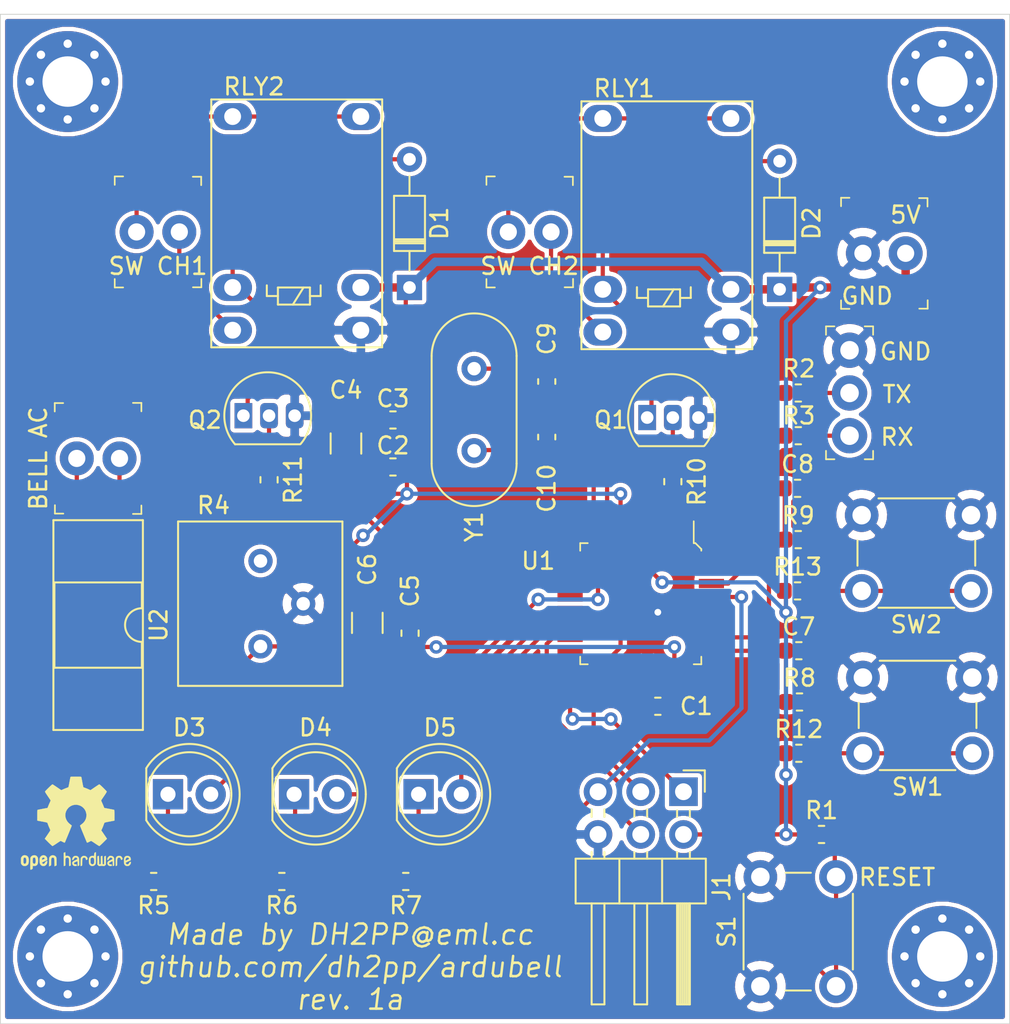
<source format=kicad_pcb>
(kicad_pcb (version 20171130) (host pcbnew 5.1.10-88a1d61d58~88~ubuntu20.10.1)
  (layers (0 F.Cu signal) (31 B.Cu signal) (34 B.Paste user) (35 F.Paste user) (36 B.SilkS user) (37 F.SilkS user) (38 B.Mask user) (39 F.Mask user hide) (44 Edge.Cuts user))
  (net 0 "")
  (net 1 GND)
  (net 2 "Net-(C1-Pad1)")
  (net 3 VCC)
  (net 4 RESET)
  (net 5 MOSI)
  (net 6 SCK)
  (net 7 MISO)
  (net 8 "Net-(J2-Pad2)")
  (net 9 "Net-(J2-Pad1)")
  (net 10 "Net-(R2-Pad2)")
  (net 11 "Net-(R3-Pad2)")
  (net 12 /bell_detect)
  (net 13 /Relay2_coil)
  (net 14 /Relay1_coil)
  (net 15 /led1)
  (net 16 "Net-(D3-Pad1)")
  (net 17 /led2)
  (net 18 "Net-(D4-Pad1)")
  (net 19 /led3)
  (net 20 "Net-(D5-Pad1)")
  (net 21 "Net-(J4-Pad2)")
  (net 22 "Net-(J4-Pad1)")
  (net 23 "/Relay 1/n_c")
  (net 24 "/Relay 1/comm")
  (net 25 /Relay2/n_c)
  (net 26 /Relay2/comm)
  (net 27 "Net-(D1-Pad2)")
  (net 28 "Net-(D2-Pad2)")
  (net 29 "Net-(Q1-Pad2)")
  (net 30 "Net-(Q2-Pad2)")
  (net 31 "Net-(U1-Pad32)")
  (net 32 "Net-(U1-Pad28)")
  (net 33 "Net-(U1-Pad27)")
  (net 34 "Net-(U1-Pad24)")
  (net 35 "Net-(U1-Pad22)")
  (net 36 "Net-(U1-Pad19)")
  (net 37 "Net-(U1-Pad12)")
  (net 38 "Net-(U1-Pad1)")
  (net 39 "Net-(U1-Pad9)")
  (net 40 /button1)
  (net 41 /button2)
  (net 42 "Net-(R12-Pad2)")
  (net 43 "Net-(R13-Pad2)")
  (net 44 "Net-(C9-Pad1)")
  (net 45 "Net-(C10-Pad1)")
  (module Package_TO_SOT_THT:TO-92L_Inline (layer F.Cu) (at 81.534 37.846)
    (fp_text reference Q2 (at -2.54 0.254) (layer F.SilkS))
    (fp_text value BC548BTA)
    (pad 1 thru_hole rect (at -0.254 0) (size 1.05 1.5) (drill 0.75) (layers *.Cu *.Mask) (net 27 "Net-(D1-Pad2)"))
    (pad 3 thru_hole roundrect (at 2.794 0) (size 1.05 1.5) (drill 0.75) (layers *.Cu *.Mask) (net 1 GND))
    (pad 2 thru_hole roundrect (at 1.27 0) (size 1.05 1.5) (drill 0.75) (layers *.Cu *.Mask) (net 30 "Net-(Q2-Pad2)"))
  )
  (module Package_TO_SOT_THT:TO-92L_Inline (layer F.Cu) (at 105.539 37.957001)
    (fp_text reference Q1 (at -2.415 0.142999) (layer F.SilkS))
    (fp_text value BC548BTA)
    (pad 1 thru_hole rect (at -0.254 0) (size 1.05 1.5) (drill 0.75) (layers *.Cu *.Mask) (net 28 "Net-(D2-Pad2)"))
    (pad 3 thru_hole roundrect (at 2.794 0) (size 1.05 1.5) (drill 0.75) (layers *.Cu *.Mask) (net 1 GND))
    (pad 2 thru_hole roundrect (at 1.27 0) (size 1.05 1.5) (drill 0.75) (layers *.Cu *.Mask) (net 29 "Net-(Q1-Pad2)"))
  )
  (module Diode_THT:D_DO-34_SOD68_P7.62mm_Horizontal (layer F.Cu) (at 91.154 30.226 90)
    (fp_text reference D1 (at 3.81 1.778 90) (layer F.SilkS))
    (fp_text value D_Small)
    (pad 2 thru_hole oval (at 7.62 0 90) (size 1.5 1.5) (drill 0.75) (layers *.Cu *.Mask) (net 27 "Net-(D1-Pad2)"))
    (pad 1 thru_hole rect (at 0 0 90) (size 1.5 1.5) (drill 0.75) (layers *.Cu *.Mask) (net 3 VCC))
  )
  (module Capacitor_SMD:C_0603_1608Metric (layer F.Cu) (at 99.314 39.116 90)
    (fp_text reference C10 (at -3.048 0 90) (layer F.SilkS))
    (fp_text value 10p)
    (pad 2 smd roundrect (at 0.775 0 90) (size 0.9 0.95) (layers F.Cu F.Paste F.Mask) (net 1 GND))
    (pad 1 smd roundrect (at -0.775 0 90) (size 0.9 0.95) (layers F.Cu F.Paste F.Mask) (net 45 "Net-(C10-Pad1)"))
  )
  (module Capacitor_SMD:C_0603_1608Metric (layer F.Cu) (at 99.314 35.814 270)
    (fp_text reference C9 (at -2.54 0 90) (layer F.SilkS))
    (fp_text value 10p)
    (pad 2 smd roundrect (at 0.775 0 270) (size 0.9 0.95) (layers F.Cu F.Paste F.Mask) (net 1 GND))
    (pad 1 smd roundrect (at -0.775 0 270) (size 0.9 0.95) (layers F.Cu F.Paste F.Mask) (net 44 "Net-(C9-Pad1)"))
  )
  (module Symbol:OSHW-Logo2_7.3x6mm_SilkScreen (layer F.Cu) (at 71.32066 62.06236)
    (fp_text reference REF** hide)
    (fp_text value OSHW-Logo2_7.3x6mm_SilkScreen hide)
  )
  (module Symbol:OSHW-Logo2_7.3x6mm_Copper (layer F.Cu) (at 71.374 61.976)
    (fp_text reference REF** hide)
    (fp_text value OSHW-Logo2_7.3x6mm_Copper hide)
    (fp_poly (pts (xy -2.400256 1.919918) (xy -2.344799 1.947568) (xy -2.295852 1.99848) (xy -2.282371 2.017338) (xy -2.267686 2.042015) (xy -2.258158 2.068816) (xy -2.252707 2.104587) (xy -2.250253 2.156169) (xy -2.249714 2.224267) (xy -2.252148 2.317588) (xy -2.260606 2.387657) (xy -2.276826 2.439931) (xy -2.302546 2.479869) (xy -2.339503 2.512929) (xy -2.342218 2.514886) (xy -2.37864 2.534908) (xy -2.422498 2.544815) (xy -2.478276 2.547257) (xy -2.568952 2.547257) (xy -2.56899 2.635283) (xy -2.569834 2.684308) (xy -2.574976 2.713065) (xy -2.588413 2.730311) (xy -2.614142 2.744808) (xy -2.620321 2.747769) (xy -2.649236 2.761648) (xy -2.671624 2.770414) (xy -2.688271 2.771171) (xy -2.699964 2.761023) (xy -2.70749 2.737073) (xy -2.711634 2.696426) (xy -2.713185 2.636186) (xy -2.712929 2.553455) (xy -2.711651 2.445339) (xy -2.711252 2.413) (xy -2.709815 2.301524) (xy -2.708528 2.228603) (xy -2.569029 2.228603) (xy -2.568245 2.290499) (xy -2.56476 2.330997) (xy -2.556876 2.357708) (xy -2.542895 2.378244) (xy -2.533403 2.38826) (xy -2.494596 2.417567) (xy -2.460237 2.419952) (xy -2.424784 2.39575) (xy -2.423886 2.394857) (xy -2.409461 2.376153) (xy -2.400687 2.350732) (xy -2.396261 2.311584) (xy -2.394882 2.251697) (xy -2.394857 2.23843) (xy -2.398188 2.155901) (xy -2.409031 2.098691) (xy -2.42866 2.063766) (xy -2.45835 2.048094) (xy -2.475509 2.046514) (xy -2.516234 2.053926) (xy -2.544168 2.07833) (xy -2.560983 2.12298) (xy -2.56835 2.19113) (xy -2.569029 2.228603) (xy -2.708528 2.228603) (xy -2.708292 2.215245) (xy -2.706323 2.150333) (xy -2.70355 2.102958) (xy -2.699612 2.06929) (xy -2.694151 2.045498) (xy -2.686808 2.027753) (xy -2.677223 2.012224) (xy -2.673113 2.006381) (xy -2.618595 1.951185) (xy -2.549664 1.91989) (xy -2.469928 1.911165) (xy -2.400256 1.919918)) (layer F.Cu) (width 0.01))
    (fp_poly (pts (xy -1.283907 1.92778) (xy -1.237328 1.954723) (xy -1.204943 1.981466) (xy -1.181258 2.009484) (xy -1.164941 2.043748) (xy -1.154661 2.089227) (xy -1.149086 2.150892) (xy -1.146884 2.233711) (xy -1.146629 2.293246) (xy -1.146629 2.512391) (xy -1.208314 2.540044) (xy -1.27 2.567697) (xy -1.277257 2.32767) (xy -1.280256 2.238028) (xy -1.283402 2.172962) (xy -1.287299 2.128026) (xy -1.292553 2.09877) (xy -1.299769 2.080748) (xy -1.30955 2.069511) (xy -1.312688 2.067079) (xy -1.360239 2.048083) (xy -1.408303 2.0556) (xy -1.436914 2.075543) (xy -1.448553 2.089675) (xy -1.456609 2.10822) (xy -1.461729 2.136334) (xy -1.464559 2.179173) (xy -1.465744 2.241895) (xy -1.465943 2.307261) (xy -1.465982 2.389268) (xy -1.467386 2.447316) (xy -1.472086 2.486465) (xy -1.482013 2.51178) (xy -1.499097 2.528323) (xy -1.525268 2.541156) (xy -1.560225 2.554491) (xy -1.598404 2.569007) (xy -1.593859 2.311389) (xy -1.592029 2.218519) (xy -1.589888 2.149889) (xy -1.586819 2.100711) (xy -1.582206 2.066198) (xy -1.575432 2.041562) (xy -1.565881 2.022016) (xy -1.554366 2.00477) (xy -1.49881 1.94968) (xy -1.43102 1.917822) (xy -1.357287 1.910191) (xy -1.283907 1.92778)) (layer F.Cu) (width 0.01))
    (fp_poly (pts (xy -2.958885 1.921962) (xy -2.890855 1.957733) (xy -2.840649 2.015301) (xy -2.822815 2.052312) (xy -2.808937 2.107882) (xy -2.801833 2.178096) (xy -2.80116 2.254727) (xy -2.806573 2.329552) (xy -2.81773 2.394342) (xy -2.834286 2.440873) (xy -2.839374 2.448887) (xy -2.899645 2.508707) (xy -2.971231 2.544535) (xy -3.048908 2.55502) (xy -3.127452 2.53881) (xy -3.149311 2.529092) (xy -3.191878 2.499143) (xy -3.229237 2.459433) (xy -3.232768 2.454397) (xy -3.247119 2.430124) (xy -3.256606 2.404178) (xy -3.26221 2.370022) (xy -3.264914 2.321119) (xy -3.265701 2.250935) (xy -3.265714 2.2352) (xy -3.265678 2.230192) (xy -3.120571 2.230192) (xy -3.119727 2.29643) (xy -3.116404 2.340386) (xy -3.109417 2.368779) (xy -3.097584 2.388325) (xy -3.091543 2.394857) (xy -3.056814 2.41968) (xy -3.023097 2.418548) (xy -2.989005 2.397016) (xy -2.968671 2.374029) (xy -2.956629 2.340478) (xy -2.949866 2.287569) (xy -2.949402 2.281399) (xy -2.948248 2.185513) (xy -2.960312 2.114299) (xy -2.98543 2.068194) (xy -3.02344 2.047635) (xy -3.037008 2.046514) (xy -3.072636 2.052152) (xy -3.097006 2.071686) (xy -3.111907 2.109042) (xy -3.119125 2.16815) (xy -3.120571 2.230192) (xy -3.265678 2.230192) (xy -3.265174 2.160413) (xy -3.262904 2.108159) (xy -3.257932 2.071949) (xy -3.249287 2.045299) (xy -3.235995 2.021722) (xy -3.233057 2.017338) (xy -3.183687 1.958249) (xy -3.129891 1.923947) (xy -3.064398 1.910331) (xy -3.042158 1.909665) (xy -2.958885 1.921962)) (layer F.Cu) (width 0.01))
    (fp_poly (pts (xy -1.831697 1.931239) (xy -1.774473 1.969735) (xy -1.730251 2.025335) (xy -1.703833 2.096086) (xy -1.69849 2.148162) (xy -1.699097 2.169893) (xy -1.704178 2.186531) (xy -1.718145 2.201437) (xy -1.745411 2.217973) (xy -1.790388 2.239498) (xy -1.857489 2.269374) (xy -1.857829 2.269524) (xy -1.919593 2.297813) (xy -1.970241 2.322933) (xy -2.004596 2.342179) (xy -2.017482 2.352848) (xy -2.017486 2.352934) (xy -2.006128 2.376166) (xy -1.979569 2.401774) (xy -1.949077 2.420221) (xy -1.93363 2.423886) (xy -1.891485 2.411212) (xy -1.855192 2.379471) (xy -1.837483 2.344572) (xy -1.820448 2.318845) (xy -1.787078 2.289546) (xy -1.747851 2.264235) (xy -1.713244 2.250471) (xy -1.706007 2.249714) (xy -1.697861 2.26216) (xy -1.69737 2.293972) (xy -1.703357 2.336866) (xy -1.714643 2.382558) (xy -1.73005 2.422761) (xy -1.730829 2.424322) (xy -1.777196 2.489062) (xy -1.837289 2.533097) (xy -1.905535 2.554711) (xy -1.976362 2.552185) (xy -2.044196 2.523804) (xy -2.047212 2.521808) (xy -2.100573 2.473448) (xy -2.13566 2.410352) (xy -2.155078 2.327387) (xy -2.157684 2.304078) (xy -2.162299 2.194055) (xy -2.156767 2.142748) (xy -2.017486 2.142748) (xy -2.015676 2.174753) (xy -2.005778 2.184093) (xy -1.981102 2.177105) (xy -1.942205 2.160587) (xy -1.898725 2.139881) (xy -1.897644 2.139333) (xy -1.860791 2.119949) (xy -1.846 2.107013) (xy -1.849647 2.093451) (xy -1.865005 2.075632) (xy -1.904077 2.049845) (xy -1.946154 2.04795) (xy -1.983897 2.066717) (xy -2.009966 2.102915) (xy -2.017486 2.142748) (xy -2.156767 2.142748) (xy -2.152806 2.106027) (xy -2.12845 2.036212) (xy -2.094544 1.987302) (xy -2.033347 1.937878) (xy -1.965937 1.913359) (xy -1.89712 1.911797) (xy -1.831697 1.931239)) (layer F.Cu) (width 0.01))
    (fp_poly (pts (xy -0.624114 1.851289) (xy -0.619861 1.910613) (xy -0.614975 1.945572) (xy -0.608205 1.96082) (xy -0.598298 1.961015) (xy -0.595086 1.959195) (xy -0.552356 1.946015) (xy -0.496773 1.946785) (xy -0.440263 1.960333) (xy -0.404918 1.977861) (xy -0.368679 2.005861) (xy -0.342187 2.037549) (xy -0.324001 2.077813) (xy -0.312678 2.131543) (xy -0.306778 2.203626) (xy -0.304857 2.298951) (xy -0.304823 2.317237) (xy -0.3048 2.522646) (xy -0.350509 2.53858) (xy -0.382973 2.54942) (xy -0.400785 2.554468) (xy -0.401309 2.554514) (xy -0.403063 2.540828) (xy -0.404556 2.503076) (xy -0.405674 2.446224) (xy -0.406303 2.375234) (xy -0.4064 2.332073) (xy -0.406602 2.246973) (xy -0.407642 2.185981) (xy -0.410169 2.144177) (xy -0.414836 2.116642) (xy -0.422293 2.098456) (xy -0.433189 2.084698) (xy -0.439993 2.078073) (xy -0.486728 2.051375) (xy -0.537728 2.049375) (xy -0.583999 2.071955) (xy -0.592556 2.080107) (xy -0.605107 2.095436) (xy -0.613812 2.113618) (xy -0.619369 2.139909) (xy -0.622474 2.179562) (xy -0.623824 2.237832) (xy -0.624114 2.318173) (xy -0.624114 2.522646) (xy -0.669823 2.53858) (xy -0.702287 2.54942) (xy -0.720099 2.554468) (xy -0.720623 2.554514) (xy -0.721963 2.540623) (xy -0.723172 2.501439) (xy -0.724199 2.4407) (xy -0.724998 2.362141) (xy -0.725519 2.269498) (xy -0.725714 2.166509) (xy -0.725714 1.769342) (xy -0.678543 1.749444) (xy -0.631371 1.729547) (xy -0.624114 1.851289)) (layer F.Cu) (width 0.01))
    (fp_poly (pts (xy 0.039744 1.950968) (xy 0.096616 1.972087) (xy 0.097267 1.972493) (xy 0.13244 1.99838) (xy 0.158407 2.028633) (xy 0.17667 2.068058) (xy 0.188732 2.121462) (xy 0.196096 2.193651) (xy 0.200264 2.289432) (xy 0.200629 2.303078) (xy 0.205876 2.508842) (xy 0.161716 2.531678) (xy 0.129763 2.54711) (xy 0.11047 2.554423) (xy 0.109578 2.554514) (xy 0.106239 2.541022) (xy 0.103587 2.504626) (xy 0.101956 2.451452) (xy 0.1016 2.408393) (xy 0.101592 2.338641) (xy 0.098403 2.294837) (xy 0.087288 2.273944) (xy 0.063501 2.272925) (xy 0.022296 2.288741) (xy -0.039914 2.317815) (xy -0.085659 2.341963) (xy -0.109187 2.362913) (xy -0.116104 2.385747) (xy -0.116114 2.386877) (xy -0.104701 2.426212) (xy -0.070908 2.447462) (xy -0.019191 2.450539) (xy 0.018061 2.450006) (xy 0.037703 2.460735) (xy 0.049952 2.486505) (xy 0.057002 2.519337) (xy 0.046842 2.537966) (xy 0.043017 2.540632) (xy 0.007001 2.55134) (xy -0.043434 2.552856) (xy -0.095374 2.545759) (xy -0.132178 2.532788) (xy -0.183062 2.489585) (xy -0.211986 2.429446) (xy -0.217714 2.382462) (xy -0.213343 2.340082) (xy -0.197525 2.305488) (xy -0.166203 2.274763) (xy -0.115322 2.24399) (xy -0.040824 2.209252) (xy -0.036286 2.207288) (xy 0.030821 2.176287) (xy 0.072232 2.150862) (xy 0.089981 2.128014) (xy 0.086107 2.104745) (xy 0.062643 2.078056) (xy 0.055627 2.071914) (xy 0.00863 2.0481) (xy -0.040067 2.049103) (xy -0.082478 2.072451) (xy -0.110616 2.115675) (xy -0.113231 2.12416) (xy -0.138692 2.165308) (xy -0.170999 2.185128) (xy -0.217714 2.20477) (xy -0.217714 2.15395) (xy -0.203504 2.080082) (xy -0.161325 2.012327) (xy -0.139376 1.989661) (xy -0.089483 1.960569) (xy -0.026033 1.9474) (xy 0.039744 1.950968)) (layer F.Cu) (width 0.01))
    (fp_poly (pts (xy 0.529926 1.949755) (xy 0.595858 1.974084) (xy 0.649273 2.017117) (xy 0.670164 2.047409) (xy 0.692939 2.102994) (xy 0.692466 2.143186) (xy 0.668562 2.170217) (xy 0.659717 2.174813) (xy 0.62153 2.189144) (xy 0.602028 2.185472) (xy 0.595422 2.161407) (xy 0.595086 2.148114) (xy 0.582992 2.09921) (xy 0.551471 2.064999) (xy 0.507659 2.048476) (xy 0.458695 2.052634) (xy 0.418894 2.074227) (xy 0.40545 2.086544) (xy 0.395921 2.101487) (xy 0.389485 2.124075) (xy 0.385317 2.159328) (xy 0.382597 2.212266) (xy 0.380502 2.287907) (xy 0.37996 2.311857) (xy 0.377981 2.39379) (xy 0.375731 2.451455) (xy 0.372357 2.489608) (xy 0.367006 2.513004) (xy 0.358824 2.526398) (xy 0.346959 2.534545) (xy 0.339362 2.538144) (xy 0.307102 2.550452) (xy 0.288111 2.554514) (xy 0.281836 2.540948) (xy 0.278006 2.499934) (xy 0.2766 2.430999) (xy 0.277598 2.333669) (xy 0.277908 2.318657) (xy 0.280101 2.229859) (xy 0.282693 2.165019) (xy 0.286382 2.119067) (xy 0.291864 2.086935) (xy 0.299835 2.063553) (xy 0.310993 2.043852) (xy 0.31683 2.03541) (xy 0.350296 1.998057) (xy 0.387727 1.969003) (xy 0.392309 1.966467) (xy 0.459426 1.946443) (xy 0.529926 1.949755)) (layer F.Cu) (width 0.01))
    (fp_poly (pts (xy 1.190117 2.065358) (xy 1.189933 2.173837) (xy 1.189219 2.257287) (xy 1.187675 2.319704) (xy 1.185001 2.365085) (xy 1.180894 2.397429) (xy 1.175055 2.420733) (xy 1.167182 2.438995) (xy 1.161221 2.449418) (xy 1.111855 2.505945) (xy 1.049264 2.541377) (xy 0.980013 2.55409) (xy 0.910668 2.542463) (xy 0.869375 2.521568) (xy 0.826025 2.485422) (xy 0.796481 2.441276) (xy 0.778655 2.383462) (xy 0.770463 2.306313) (xy 0.769302 2.249714) (xy 0.769458 2.245647) (xy 0.870857 2.245647) (xy 0.871476 2.31055) (xy 0.874314 2.353514) (xy 0.88084 2.381622) (xy 0.892523 2.401953) (xy 0.906483 2.417288) (xy 0.953365 2.44689) (xy 1.003701 2.449419) (xy 1.051276 2.424705) (xy 1.054979 2.421356) (xy 1.070783 2.403935) (xy 1.080693 2.383209) (xy 1.086058 2.352362) (xy 1.088228 2.304577) (xy 1.088571 2.251748) (xy 1.087827 2.185381) (xy 1.084748 2.141106) (xy 1.078061 2.112009) (xy 1.066496 2.091173) (xy 1.057013 2.080107) (xy 1.01296 2.052198) (xy 0.962224 2.048843) (xy 0.913796 2.070159) (xy 0.90445 2.078073) (xy 0.88854 2.095647) (xy 0.87861 2.116587) (xy 0.873278 2.147782) (xy 0.871163 2.196122) (xy 0.870857 2.245647) (xy 0.769458 2.245647) (xy 0.77281 2.158568) (xy 0.784726 2.090086) (xy 0.807135 2.0386) (xy 0.842124 1.998443) (xy 0.869375 1.977861) (xy 0.918907 1.955625) (xy 0.976316 1.945304) (xy 1.029682 1.948067) (xy 1.059543 1.959212) (xy 1.071261 1.962383) (xy 1.079037 1.950557) (xy 1.084465 1.918866) (xy 1.088571 1.870593) (xy 1.093067 1.816829) (xy 1.099313 1.784482) (xy 1.110676 1.765985) (xy 1.130528 1.75377) (xy 1.143 1.748362) (xy 1.190171 1.728601) (xy 1.190117 2.065358)) (layer F.Cu) (width 0.01))
    (fp_poly (pts (xy 1.779833 1.958663) (xy 1.782048 1.99685) (xy 1.783784 2.054886) (xy 1.784899 2.12818) (xy 1.785257 2.205055) (xy 1.785257 2.465196) (xy 1.739326 2.511127) (xy 1.707675 2.539429) (xy 1.67989 2.550893) (xy 1.641915 2.550168) (xy 1.62684 2.548321) (xy 1.579726 2.542948) (xy 1.540756 2.539869) (xy 1.531257 2.539585) (xy 1.499233 2.541445) (xy 1.453432 2.546114) (xy 1.435674 2.548321) (xy 1.392057 2.551735) (xy 1.362745 2.54432) (xy 1.33368 2.521427) (xy 1.323188 2.511127) (xy 1.277257 2.465196) (xy 1.277257 1.978602) (xy 1.314226 1.961758) (xy 1.346059 1.949282) (xy 1.364683 1.944914) (xy 1.369458 1.958718) (xy 1.373921 1.997286) (xy 1.377775 2.056356) (xy 1.380722 2.131663) (xy 1.382143 2.195286) (xy 1.386114 2.445657) (xy 1.420759 2.450556) (xy 1.452268 2.447131) (xy 1.467708 2.436041) (xy 1.472023 2.415308) (xy 1.475708 2.371145) (xy 1.478469 2.309146) (xy 1.480012 2.234909) (xy 1.480235 2.196706) (xy 1.480457 1.976783) (xy 1.526166 1.960849) (xy 1.558518 1.950015) (xy 1.576115 1.944962) (xy 1.576623 1.944914) (xy 1.578388 1.958648) (xy 1.580329 1.99673) (xy 1.582282 2.054482) (xy 1.584084 2.127227) (xy 1.585343 2.195286) (xy 1.589314 2.445657) (xy 1.6764 2.445657) (xy 1.680396 2.21724) (xy 1.684392 1.988822) (xy 1.726847 1.966868) (xy 1.758192 1.951793) (xy 1.776744 1.944951) (xy 1.777279 1.944914) (xy 1.779833 1.958663)) (layer F.Cu) (width 0.01))
    (fp_poly (pts (xy 2.144876 1.956335) (xy 2.186667 1.975344) (xy 2.219469 1.998378) (xy 2.243503 2.024133) (xy 2.260097 2.057358) (xy 2.270577 2.1028) (xy 2.276271 2.165207) (xy 2.278507 2.249327) (xy 2.278743 2.304721) (xy 2.278743 2.520826) (xy 2.241774 2.53767) (xy 2.212656 2.549981) (xy 2.198231 2.554514) (xy 2.195472 2.541025) (xy 2.193282 2.504653) (xy 2.191942 2.451542) (xy 2.191657 2.409372) (xy 2.190434 2.348447) (xy 2.187136 2.300115) (xy 2.182321 2.270518) (xy 2.178496 2.264229) (xy 2.152783 2.270652) (xy 2.112418 2.287125) (xy 2.065679 2.309458) (xy 2.020845 2.333457) (xy 1.986193 2.35493) (xy 1.970002 2.369685) (xy 1.969938 2.369845) (xy 1.97133 2.397152) (xy 1.983818 2.423219) (xy 2.005743 2.444392) (xy 2.037743 2.451474) (xy 2.065092 2.450649) (xy 2.103826 2.450042) (xy 2.124158 2.459116) (xy 2.136369 2.483092) (xy 2.137909 2.487613) (xy 2.143203 2.521806) (xy 2.129047 2.542568) (xy 2.092148 2.552462) (xy 2.052289 2.554292) (xy 1.980562 2.540727) (xy 1.943432 2.521355) (xy 1.897576 2.475845) (xy 1.873256 2.419983) (xy 1.871073 2.360957) (xy 1.891629 2.305953) (xy 1.922549 2.271486) (xy 1.95342 2.252189) (xy 2.001942 2.227759) (xy 2.058485 2.202985) (xy 2.06791 2.199199) (xy 2.130019 2.171791) (xy 2.165822 2.147634) (xy 2.177337 2.123619) (xy 2.16658 2.096635) (xy 2.148114 2.075543) (xy 2.104469 2.049572) (xy 2.056446 2.047624) (xy 2.012406 2.067637) (xy 1.980709 2.107551) (xy 1.976549 2.117848) (xy 1.952327 2.155724) (xy 1.916965 2.183842) (xy 1.872343 2.206917) (xy 1.872343 2.141485) (xy 1.874969 2.101506) (xy 1.88623 2.069997) (xy 1.911199 2.036378) (xy 1.935169 2.010484) (xy 1.972441 1.973817) (xy 2.001401 1.954121) (xy 2.032505 1.94622) (xy 2.067713 1.944914) (xy 2.144876 1.956335)) (layer F.Cu) (width 0.01))
    (fp_poly (pts (xy 2.6526 1.958752) (xy 2.669948 1.966334) (xy 2.711356 1.999128) (xy 2.746765 2.046547) (xy 2.768664 2.097151) (xy 2.772229 2.122098) (xy 2.760279 2.156927) (xy 2.734067 2.175357) (xy 2.705964 2.186516) (xy 2.693095 2.188572) (xy 2.686829 2.173649) (xy 2.674456 2.141175) (xy 2.669028 2.126502) (xy 2.63859 2.075744) (xy 2.59452 2.050427) (xy 2.53801 2.051206) (xy 2.533825 2.052203) (xy 2.503655 2.066507) (xy 2.481476 2.094393) (xy 2.466327 2.139287) (xy 2.45725 2.204615) (xy 2.453286 2.293804) (xy 2.452914 2.341261) (xy 2.45273 2.416071) (xy 2.451522 2.467069) (xy 2.448309 2.499471) (xy 2.442109 2.518495) (xy 2.43194 2.529356) (xy 2.416819 2.537272) (xy 2.415946 2.53767) (xy 2.386828 2.549981) (xy 2.372403 2.554514) (xy 2.370186 2.540809) (xy 2.368289 2.502925) (xy 2.366847 2.445715) (xy 2.365998 2.374027) (xy 2.365829 2.321565) (xy 2.366692 2.220047) (xy 2.37007 2.143032) (xy 2.377142 2.086023) (xy 2.389088 2.044526) (xy 2.40709 2.014043) (xy 2.432327 1.99008) (xy 2.457247 1.973355) (xy 2.517171 1.951097) (xy 2.586911 1.946076) (xy 2.6526 1.958752)) (layer F.Cu) (width 0.01))
    (fp_poly (pts (xy 3.153595 1.966966) (xy 3.211021 2.004497) (xy 3.238719 2.038096) (xy 3.260662 2.099064) (xy 3.262405 2.147308) (xy 3.258457 2.211816) (xy 3.109686 2.276934) (xy 3.037349 2.310202) (xy 2.990084 2.336964) (xy 2.965507 2.360144) (xy 2.961237 2.382667) (xy 2.974889 2.407455) (xy 2.989943 2.423886) (xy 3.033746 2.450235) (xy 3.081389 2.452081) (xy 3.125145 2.431546) (xy 3.157289 2.390752) (xy 3.163038 2.376347) (xy 3.190576 2.331356) (xy 3.222258 2.312182) (xy 3.265714 2.295779) (xy 3.265714 2.357966) (xy 3.261872 2.400283) (xy 3.246823 2.435969) (xy 3.21528 2.476943) (xy 3.210592 2.482267) (xy 3.175506 2.51872) (xy 3.145347 2.538283) (xy 3.107615 2.547283) (xy 3.076335 2.55023) (xy 3.020385 2.550965) (xy 2.980555 2.54166) (xy 2.955708 2.527846) (xy 2.916656 2.497467) (xy 2.889625 2.464613) (xy 2.872517 2.423294) (xy 2.863238 2.367521) (xy 2.859693 2.291305) (xy 2.85941 2.252622) (xy 2.860372 2.206247) (xy 2.948007 2.206247) (xy 2.949023 2.231126) (xy 2.951556 2.2352) (xy 2.968274 2.229665) (xy 3.004249 2.215017) (xy 3.052331 2.19419) (xy 3.062386 2.189714) (xy 3.123152 2.158814) (xy 3.156632 2.131657) (xy 3.16399 2.10622) (xy 3.146391 2.080481) (xy 3.131856 2.069109) (xy 3.07941 2.046364) (xy 3.030322 2.050122) (xy 2.989227 2.077884) (xy 2.960758 2.127152) (xy 2.951631 2.166257) (xy 2.948007 2.206247) (xy 2.860372 2.206247) (xy 2.861285 2.162249) (xy 2.868196 2.095384) (xy 2.881884 2.046695) (xy 2.904096 2.010849) (xy 2.936574 1.982513) (xy 2.950733 1.973355) (xy 3.015053 1.949507) (xy 3.085473 1.948006) (xy 3.153595 1.966966)) (layer F.Cu) (width 0.01))
    (fp_poly (pts (xy 0.10391 -2.757652) (xy 0.182454 -2.757222) (xy 0.239298 -2.756058) (xy 0.278105 -2.753793) (xy 0.302538 -2.75006) (xy 0.316262 -2.744494) (xy 0.32294 -2.736727) (xy 0.326236 -2.726395) (xy 0.326556 -2.725057) (xy 0.331562 -2.700921) (xy 0.340829 -2.653299) (xy 0.353392 -2.587259) (xy 0.368287 -2.507872) (xy 0.384551 -2.420204) (xy 0.385119 -2.417125) (xy 0.40141 -2.331211) (xy 0.416652 -2.255304) (xy 0.429861 -2.193955) (xy 0.440054 -2.151718) (xy 0.446248 -2.133145) (xy 0.446543 -2.132816) (xy 0.464788 -2.123747) (xy 0.502405 -2.108633) (xy 0.551271 -2.090738) (xy 0.551543 -2.090642) (xy 0.613093 -2.067507) (xy 0.685657 -2.038035) (xy 0.754057 -2.008403) (xy 0.757294 -2.006938) (xy 0.868702 -1.956374) (xy 1.115399 -2.12484) (xy 1.191077 -2.176197) (xy 1.259631 -2.222111) (xy 1.317088 -2.25997) (xy 1.359476 -2.287163) (xy 1.382825 -2.301079) (xy 1.385042 -2.302111) (xy 1.40201 -2.297516) (xy 1.433701 -2.275345) (xy 1.481352 -2.234553) (xy 1.546198 -2.174095) (xy 1.612397 -2.109773) (xy 1.676214 -2.046388) (xy 1.733329 -1.988549) (xy 1.780305 -1.939825) (xy 1.813703 -1.90379) (xy 1.830085 -1.884016) (xy 1.830694 -1.882998) (xy 1.832505 -1.869428) (xy 1.825683 -1.847267) (xy 1.80854 -1.813522) (xy 1.779393 -1.7652) (xy 1.736555 -1.699308) (xy 1.679448 -1.614483) (xy 1.628766 -1.539823) (xy 1.583461 -1.47286) (xy 1.54615 -1.417484) (xy 1.519452 -1.37758) (xy 1.505985 -1.357038) (xy 1.505137 -1.355644) (xy 1.506781 -1.335962) (xy 1.519245 -1.297707) (xy 1.540048 -1.248111) (xy 1.547462 -1.232272) (xy 1.579814 -1.16171) (xy 1.614328 -1.081647) (xy 1.642365 -1.012371) (xy 1.662568 -0.960955) (xy 1.678615 -0.921881) (xy 1.687888 -0.901459) (xy 1.689041 -0.899886) (xy 1.706096 -0.897279) (xy 1.746298 -0.890137) (xy 1.804302 -0.879477) (xy 1.874763 -0.866315) (xy 1.952335 -0.851667) (xy 2.031672 -0.836551) (xy 2.107431 -0.821982) (xy 2.174264 -0.808978) (xy 2.226828 -0.798555) (xy 2.259776 -0.79173) (xy 2.267857 -0.789801) (xy 2.276205 -0.785038) (xy 2.282506 -0.774282) (xy 2.287045 -0.753902) (xy 2.290104 -0.720266) (xy 2.291967 -0.669745) (xy 2.292918 -0.598708) (xy 2.29324 -0.503524) (xy 2.293257 -0.464508) (xy 2.293257 -0.147201) (xy 2.217057 -0.132161) (xy 2.174663 -0.124005) (xy 2.1114 -0.112101) (xy 2.034962 -0.097884) (xy 1.953043 -0.08279) (xy 1.9304 -0.078645) (xy 1.854806 -0.063947) (xy 1.788953 -0.049495) (xy 1.738366 -0.036625) (xy 1.708574 -0.026678) (xy 1.703612 -0.023713) (xy 1.691426 -0.002717) (xy 1.673953 0.037967) (xy 1.654577 0.090322) (xy 1.650734 0.1016) (xy 1.625339 0.171523) (xy 1.593817 0.250418) (xy 1.562969 0.321266) (xy 1.562817 0.321595) (xy 1.511447 0.432733) (xy 1.680399 0.681253) (xy 1.849352 0.929772) (xy 1.632429 1.147058) (xy 1.566819 1.211726) (xy 1.506979 1.268733) (xy 1.456267 1.315033) (xy 1.418046 1.347584) (xy 1.395675 1.363343) (xy 1.392466 1.364343) (xy 1.373626 1.356469) (xy 1.33518 1.334578) (xy 1.28133 1.301267) (xy 1.216276 1.259131) (xy 1.14594 1.211943) (xy 1.074555 1.16381) (xy 1.010908 1.121928) (xy 0.959041 1.088871) (xy 0.922995 1.067218) (xy 0.906867 1.059543) (xy 0.887189 1.066037) (xy 0.849875 1.08315) (xy 0.802621 1.107326) (xy 0.797612 1.110013) (xy 0.733977 1.141927) (xy 0.690341 1.157579) (xy 0.663202 1.157745) (xy 0.649057 1.143204) (xy 0.648975 1.143) (xy 0.641905 1.125779) (xy 0.625042 1.084899) (xy 0.599695 1.023525) (xy 0.567171 0.944819) (xy 0.528778 0.851947) (xy 0.485822 0.748072) (xy 0.444222 0.647502) (xy 0.398504 0.536516) (xy 0.356526 0.433703) (xy 0.319548 0.342215) (xy 0.288827 0.265201) (xy 0.265622 0.205815) (xy 0.25119 0.167209) (xy 0.246743 0.1528) (xy 0.257896 0.136272) (xy 0.287069 0.10993) (xy 0.325971 0.080887) (xy 0.436757 -0.010961) (xy 0.523351 -0.116241) (xy 0.584716 -0.232734) (xy 0.619815 -0.358224) (xy 0.627608 -0.490493) (xy 0.621943 -0.551543) (xy 0.591078 -0.678205) (xy 0.53792 -0.790059) (xy 0.465767 -0.885999) (xy 0.377917 -0.964924) (xy 0.277665 -1.02573) (xy 0.16831 -1.067313) (xy 0.053147 -1.088572) (xy -0.064525 -1.088401) (xy -0.18141 -1.065699) (xy -0.294211 -1.019362) (xy -0.399631 -0.948287) (xy -0.443632 -0.908089) (xy -0.528021 -0.804871) (xy -0.586778 -0.692075) (xy -0.620296 -0.57299) (xy -0.628965 -0.450905) (xy -0.613177 -0.329107) (xy -0.573322 -0.210884) (xy -0.509793 -0.099525) (xy -0.422979 0.001684) (xy -0.325971 0.080887) (xy -0.285563 0.111162) (xy -0.257018 0.137219) (xy -0.246743 0.152825) (xy -0.252123 0.169843) (xy -0.267425 0.2105) (xy -0.291388 0.271642) (xy -0.322756 0.350119) (xy -0.360268 0.44278) (xy -0.402667 0.546472) (xy -0.444337 0.647526) (xy -0.49031 0.758607) (xy -0.532893 0.861541) (xy -0.570779 0.953165) (xy -0.60266 1.030316) (xy -0.627229 1.089831) (xy -0.64318 1.128544) (xy -0.64909 1.143) (xy -0.663052 1.157685) (xy -0.69006 1.157642) (xy -0.733587 1.142099) (xy -0.79711 1.110284) (xy -0.797612 1.110013) (xy -0.84544 1.085323) (xy -0.884103 1.067338) (xy -0.905905 1.059614) (xy -0.906867 1.059543) (xy -0.923279 1.067378) (xy -0.959513 1.089165) (xy -1.011526 1.122328) (xy -1.075275 1.164291) (xy -1.14594 1.211943) (xy -1.217884 1.260191) (xy -1.282726 1.302151) (xy -1.336265 1.335227) (xy -1.374303 1.356821) (xy -1.392467 1.364343) (xy -1.409192 1.354457) (xy -1.44282 1.326826) (xy -1.48999 1.284495) (xy -1.547342 1.230505) (xy -1.611516 1.167899) (xy -1.632503 1.146983) (xy -1.849501 0.929623) (xy -1.684332 0.68722) (xy -1.634136 0.612781) (xy -1.590081 0.545972) (xy -1.554638 0.490665) (xy -1.530281 0.450729) (xy -1.519478 0.430036) (xy -1.519162 0.428563) (xy -1.524857 0.409058) (xy -1.540174 0.369822) (xy -1.562463 0.31743) (xy -1.578107 0.282355) (xy -1.607359 0.215201) (xy -1.634906 0.147358) (xy -1.656263 0.090034) (xy -1.662065 0.072572) (xy -1.678548 0.025938) (xy -1.69466 -0.010095) (xy -1.70351 -0.023713) (xy -1.72304 -0.032048) (xy -1.765666 -0.043863) (xy -1.825855 -0.057819) (xy -1.898078 -0.072578) (xy -1.9304 -0.078645) (xy -2.012478 -0.093727) (xy -2.091205 -0.108331) (xy -2.158891 -0.12102) (xy -2.20784 -0.130358) (xy -2.217057 -0.132161) (xy -2.293257 -0.147201) (xy -2.293257 -0.464508) (xy -2.293086 -0.568846) (xy -2.292384 -0.647787) (xy -2.290866 -0.704962) (xy -2.288251 -0.744001) (xy -2.284254 -0.768535) (xy -2.278591 -0.782195) (xy -2.27098 -0.788611) (xy -2.267857 -0.789801) (xy -2.249022 -0.79402) (xy -2.207412 -0.802438) (xy -2.14837 -0.814039) (xy -2.077243 -0.827805) (xy -1.999375 -0.84272) (xy -1.920113 -0.857768) (xy -1.844802 -0.871931) (xy -1.778787 -0.884194) (xy -1.727413 -0.893539) (xy -1.696025 -0.89895) (xy -1.689041 -0.899886) (xy -1.682715 -0.912404) (xy -1.66871 -0.945754) (xy -1.649645 -0.993623) (xy -1.642366 -1.012371) (xy -1.613004 -1.084805) (xy -1.578429 -1.16483) (xy -1.547463 -1.232272) (xy -1.524677 -1.283841) (xy -1.509518 -1.326215) (xy -1.504458 -1.352166) (xy -1.505264 -1.355644) (xy -1.515959 -1.372064) (xy -1.54038 -1.408583) (xy -1.575905 -1.461313) (xy -1.619913 -1.526365) (xy -1.669783 -1.599849) (xy -1.679644 -1.614355) (xy -1.737508 -1.700296) (xy -1.780044 -1.765739) (xy -1.808946 -1.813696) (xy -1.82591 -1.84718) (xy -1.832633 -1.869205) (xy -1.83081 -1.882783) (xy -1.830764 -1.882869) (xy -1.816414 -1.900703) (xy -1.784677 -1.935183) (xy -1.73899 -1.982732) (xy -1.682796 -2.039778) (xy -1.619532 -2.102745) (xy -1.612398 -2.109773) (xy -1.53267 -2.18698) (xy -1.471143 -2.24367) (xy -1.426579 -2.28089) (xy -1.397743 -2.299685) (xy -1.385042 -2.302111) (xy -1.366506 -2.291529) (xy -1.328039 -2.267084) (xy -1.273614 -2.231388) (xy -1.207202 -2.187053) (xy -1.132775 -2.136689) (xy -1.115399 -2.12484) (xy -0.868703 -1.956374) (xy -0.757294 -2.006938) (xy -0.689543 -2.036405) (xy -0.616817 -2.066041) (xy -0.554297 -2.08967) (xy -0.551543 -2.090642) (xy -0.50264 -2.108543) (xy -0.464943 -2.12368) (xy -0.446575 -2.13279) (xy -0.446544 -2.132816) (xy -0.440715 -2.149283) (xy -0.430808 -2.189781) (xy -0.417805 -2.249758) (xy -0.402691 -2.32466) (xy -0.386448 -2.409936) (xy -0.385119 -2.417125) (xy -0.368825 -2.504986) (xy -0.353867 -2.58474) (xy -0.341209 -2.651319) (xy -0.331814 -2.699653) (xy -0.326646 -2.724675) (xy -0.326556 -2.725057) (xy -0.323411 -2.735701) (xy -0.317296 -2.743738) (xy -0.304547 -2.749533) (xy -0.2815 -2.753453) (xy -0.244491 -2.755865) (xy -0.189856 -2.757135) (xy -0.113933 -2.757629) (xy -0.013056 -2.757714) (xy 0 -2.757714) (xy 0.10391 -2.757652)) (layer F.Cu) (width 0.01))
  )
  (module MountingHole:MountingHole_3mm_Pad_Via (layer F.Cu) (at 122.834 69.986)
    (fp_text reference " " (at 0 -4) (layer F.SilkS))
    (fp_text value MountingHole_3mm_Pad_Via)
    (pad 1 thru_hole circle (at 1.59099 -1.59099) (size 0.8 0.8) (drill 0.5) (layers *.Cu *.Mask))
    (pad 1 thru_hole circle (at 0 -2.25) (size 0.8 0.8) (drill 0.5) (layers *.Cu *.Mask))
    (pad 1 thru_hole circle (at -1.59099 -1.59099) (size 0.8 0.8) (drill 0.5) (layers *.Cu *.Mask))
    (pad 1 thru_hole circle (at -2.25 0) (size 0.8 0.8) (drill 0.5) (layers *.Cu *.Mask))
    (pad 1 thru_hole circle (at -1.59099 1.59099) (size 0.8 0.8) (drill 0.5) (layers *.Cu *.Mask))
    (pad 1 thru_hole circle (at 0 2.25) (size 0.8 0.8) (drill 0.5) (layers *.Cu *.Mask))
    (pad 1 thru_hole circle (at 1.59099 1.59099) (size 0.8 0.8) (drill 0.5) (layers *.Cu *.Mask))
    (pad 1 thru_hole circle (at 2.25 0) (size 0.8 0.8) (drill 0.5) (layers *.Cu *.Mask))
    (pad 1 thru_hole circle (at 0 0) (size 6 6) (drill 3) (layers *.Cu *.Mask))
  )
  (module MountingHole:MountingHole_3mm_Pad_Via (layer F.Cu) (at 122.834 17.986)
    (fp_text reference " " (at 0 -4) (layer F.SilkS))
    (fp_text value MountingHole_3mm_Pad_Via)
    (pad 1 thru_hole circle (at 0 0) (size 6 6) (drill 3) (layers *.Cu *.Mask))
    (pad 1 thru_hole circle (at 2.25 0) (size 0.8 0.8) (drill 0.5) (layers *.Cu *.Mask))
    (pad 1 thru_hole circle (at 1.59099 1.59099) (size 0.8 0.8) (drill 0.5) (layers *.Cu *.Mask))
    (pad 1 thru_hole circle (at 0 2.25) (size 0.8 0.8) (drill 0.5) (layers *.Cu *.Mask))
    (pad 1 thru_hole circle (at -1.59099 1.59099) (size 0.8 0.8) (drill 0.5) (layers *.Cu *.Mask))
    (pad 1 thru_hole circle (at -2.25 0) (size 0.8 0.8) (drill 0.5) (layers *.Cu *.Mask))
    (pad 1 thru_hole circle (at -1.59099 -1.59099) (size 0.8 0.8) (drill 0.5) (layers *.Cu *.Mask))
    (pad 1 thru_hole circle (at 0 -2.25) (size 0.8 0.8) (drill 0.5) (layers *.Cu *.Mask))
    (pad 1 thru_hole circle (at 1.59099 -1.59099) (size 0.8 0.8) (drill 0.5) (layers *.Cu *.Mask))
  )
  (module MountingHole:MountingHole_3mm_Pad_Via (layer F.Cu) (at 70.834 17.986)
    (fp_text reference " " (at 0 -4) (layer F.SilkS))
    (fp_text value MountingHole_3mm_Pad_Via)
    (pad 1 thru_hole circle (at 0 0) (size 6 6) (drill 3) (layers *.Cu *.Mask))
    (pad 1 thru_hole circle (at 2.25 0) (size 0.8 0.8) (drill 0.5) (layers *.Cu *.Mask))
    (pad 1 thru_hole circle (at 1.59099 1.59099) (size 0.8 0.8) (drill 0.5) (layers *.Cu *.Mask))
    (pad 1 thru_hole circle (at 0 2.25) (size 0.8 0.8) (drill 0.5) (layers *.Cu *.Mask))
    (pad 1 thru_hole circle (at -1.59099 1.59099) (size 0.8 0.8) (drill 0.5) (layers *.Cu *.Mask))
    (pad 1 thru_hole circle (at -2.25 0) (size 0.8 0.8) (drill 0.5) (layers *.Cu *.Mask))
    (pad 1 thru_hole circle (at -1.59099 -1.59099) (size 0.8 0.8) (drill 0.5) (layers *.Cu *.Mask))
    (pad 1 thru_hole circle (at 0 -2.25) (size 0.8 0.8) (drill 0.5) (layers *.Cu *.Mask))
    (pad 1 thru_hole circle (at 1.59099 -1.59099) (size 0.8 0.8) (drill 0.5) (layers *.Cu *.Mask))
  )
  (module MountingHole:MountingHole_3mm_Pad_Via (layer F.Cu) (at 70.834 69.986)
    (fp_text reference " " (at 0 -4) (layer F.SilkS))
    (fp_text value MountingHole_3mm_Pad_Via)
    (pad 1 thru_hole circle (at 1.59099 -1.59099) (size 0.8 0.8) (drill 0.5) (layers *.Cu *.Mask))
    (pad 1 thru_hole circle (at 0 -2.25) (size 0.8 0.8) (drill 0.5) (layers *.Cu *.Mask))
    (pad 1 thru_hole circle (at -1.59099 -1.59099) (size 0.8 0.8) (drill 0.5) (layers *.Cu *.Mask))
    (pad 1 thru_hole circle (at -2.25 0) (size 0.8 0.8) (drill 0.5) (layers *.Cu *.Mask))
    (pad 1 thru_hole circle (at -1.59099 1.59099) (size 0.8 0.8) (drill 0.5) (layers *.Cu *.Mask))
    (pad 1 thru_hole circle (at 0 2.25) (size 0.8 0.8) (drill 0.5) (layers *.Cu *.Mask))
    (pad 1 thru_hole circle (at 1.59099 1.59099) (size 0.8 0.8) (drill 0.5) (layers *.Cu *.Mask))
    (pad 1 thru_hole circle (at 2.25 0) (size 0.8 0.8) (drill 0.5) (layers *.Cu *.Mask))
    (pad 1 thru_hole circle (at 0 0) (size 6 6) (drill 3) (layers *.Cu *.Mask))
  )
  (module Resistor_SMD:R_0603_1608Metric (layer F.Cu) (at 114.268 36.496 180)
    (fp_text reference R2 (at -0.032 1.444) (layer F.SilkS))
    (fp_text value 1K)
    (pad 2 smd roundrect (at 0.7875 0 180) (size 0.875 0.95) (layers F.Cu F.Paste F.Mask) (net 10 "Net-(R2-Pad2)"))
    (pad 1 smd roundrect (at -0.7875 0 180) (size 0.875 0.95) (layers F.Cu F.Paste F.Mask) (net 8 "Net-(J2-Pad2)"))
  )
  (module Resistor_SMD:R_0603_1608Metric (layer F.Cu) (at 82.804 41.656 270)
    (fp_text reference R11 (at 0 -1.43 90) (layer F.SilkS))
    (fp_text value 1k)
    (pad 2 smd roundrect (at 0.7875 0 270) (size 0.875 0.95) (layers F.Cu F.Paste F.Mask) (net 13 /Relay2_coil))
    (pad 1 smd roundrect (at -0.7875 0 270) (size 0.875 0.95) (layers F.Cu F.Paste F.Mask) (net 30 "Net-(Q2-Pad2)"))
  )
  (module Connector_PinHeader_2.54mm:PinHeader_2x03_P2.54mm_Horizontal (layer F.Cu) (at 107.442 60.198 270)
    (fp_text reference J1 (at 5.655 -2.27 90) (layer F.SilkS))
    (fp_text value AVR-ISP-6)
    (pad 6 thru_hole oval (at 2.54 5.08 270) (size 1.7 1.7) (drill 1) (layers *.Cu *.Mask) (net 1 GND))
    (pad 5 thru_hole oval (at 0 5.08 270) (size 1.7 1.7) (drill 1) (layers *.Cu *.Mask) (net 4 RESET))
    (pad 4 thru_hole oval (at 2.54 2.54 270) (size 1.7 1.7) (drill 1) (layers *.Cu *.Mask) (net 5 MOSI))
    (pad 3 thru_hole oval (at 0 2.54 270) (size 1.7 1.7) (drill 1) (layers *.Cu *.Mask) (net 6 SCK))
    (pad 2 thru_hole oval (at 2.54 0 270) (size 1.7 1.7) (drill 1) (layers *.Cu *.Mask) (net 3 VCC))
    (pad 1 thru_hole rect (at 0 0 270) (size 1.7 1.7) (drill 1) (layers *.Cu *.Mask) (net 7 MISO))
  )
  (module Resistor_SMD:R_0603_1608Metric (layer F.Cu) (at 115.65 62.738)
    (fp_text reference R1 (at 0 -1.43) (layer F.SilkS))
    (fp_text value 1K)
    (pad 2 smd roundrect (at 0.7875 0) (size 0.875 0.95) (layers F.Cu F.Paste F.Mask) (net 4 RESET))
    (pad 1 smd roundrect (at -0.7875 0) (size 0.875 0.95) (layers F.Cu F.Paste F.Mask) (net 3 VCC))
  )
  (module Relay_THT:Relay_SPDT_HJR-4102 (layer F.Cu) (at 80.639001 20.066)
    (fp_text reference RLY2 (at 1.27 -1.778) (layer F.SilkS))
    (fp_text value HJR-4102)
    (pad 6 thru_hole oval (at 0 12.7) (size 2.3 1.6) (drill 1) (layers *.Cu *.Mask) (net 25 /Relay2/n_c))
    (pad 7 thru_hole oval (at 7.62 12.7) (size 2.3 1.6) (drill 1) (layers *.Cu *.Mask) (net 1 GND))
    (pad 5 thru_hole oval (at 0 10.16) (size 2.3 1.6) (drill 1) (layers *.Cu *.Mask) (net 27 "Net-(D1-Pad2)"))
    (pad 1 thru_hole oval (at 0 0) (size 2.3 1.6) (drill 1) (layers *.Cu *.Mask) (net 26 /Relay2/comm))
    (pad 8 thru_hole oval (at 7.62 10.16) (size 2.3 1.6) (drill 1) (layers *.Cu *.Mask) (net 3 VCC))
    (pad 12 thru_hole oval (at 7.62 0) (size 2.3 1.6) (drill 1) (layers *.Cu *.Mask) (net 26 /Relay2/comm))
  )
  (module Resistor_SMD:R_0603_1608Metric (layer F.Cu) (at 114.339001 54.864)
    (fp_text reference R8 (at 0 -1.43) (layer F.SilkS))
    (fp_text value 1K)
    (pad 2 smd roundrect (at 0.7875 0) (size 0.875 0.95) (layers F.Cu F.Paste F.Mask) (net 42 "Net-(R12-Pad2)"))
    (pad 1 smd roundrect (at -0.7875 0) (size 0.875 0.95) (layers F.Cu F.Paste F.Mask) (net 40 /button1))
  )
  (module LED_THT:LED_D5.0mm (layer F.Cu) (at 84.295001 60.349001)
    (fp_text reference D4 (at 1.27 -3.96) (layer F.SilkS))
    (fp_text value LED)
    (pad 2 thru_hole circle (at 2.54 0) (size 1.8 1.8) (drill 0.9) (layers *.Cu *.Mask) (net 17 /led2))
    (pad 1 thru_hole rect (at 0 0) (size 1.8 1.8) (drill 0.9) (layers *.Cu *.Mask) (net 18 "Net-(D4-Pad1)"))
  )
  (module Resistor_SMD:R_0603_1608Metric (layer F.Cu) (at 106.809 41.767001 270)
    (fp_text reference R10 (at 0 -1.43 90) (layer F.SilkS))
    (fp_text value 1k)
    (pad 2 smd roundrect (at 0.7875 0 270) (size 0.875 0.95) (layers F.Cu F.Paste F.Mask) (net 14 /Relay1_coil))
    (pad 1 smd roundrect (at -0.7875 0 270) (size 0.875 0.95) (layers F.Cu F.Paste F.Mask) (net 29 "Net-(Q1-Pad2)"))
  )
  (module Resistor_SMD:R_0603_1608Metric (layer F.Cu) (at 114.266 45.212999)
    (fp_text reference R9 (at 0 -1.43) (layer F.SilkS))
    (fp_text value 1K)
    (pad 2 smd roundrect (at 0.7875 0) (size 0.875 0.95) (layers F.Cu F.Paste F.Mask) (net 43 "Net-(R13-Pad2)"))
    (pad 1 smd roundrect (at -0.7875 0) (size 0.875 0.95) (layers F.Cu F.Paste F.Mask) (net 41 /button2))
  )
  (module Resistor_SMD:R_0603_1608Metric (layer F.Cu) (at 114.226999 48.260999)
    (fp_text reference R13 (at 0 -1.43) (layer F.SilkS))
    (fp_text value 1K)
    (pad 2 smd roundrect (at 0.7875 0) (size 0.875 0.95) (layers F.Cu F.Paste F.Mask) (net 43 "Net-(R13-Pad2)"))
    (pad 1 smd roundrect (at -0.7875 0) (size 0.875 0.95) (layers F.Cu F.Paste F.Mask) (net 3 VCC))
  )
  (module Resistor_SMD:R_0603_1608Metric (layer F.Cu) (at 75.946 65.532 180)
    (fp_text reference R5 (at 0 -1.43) (layer F.SilkS))
    (fp_text value 100R)
    (pad 2 smd roundrect (at 0.7875 0 180) (size 0.875 0.95) (layers F.Cu F.Paste F.Mask) (net 1 GND))
    (pad 1 smd roundrect (at -0.7875 0 180) (size 0.875 0.95) (layers F.Cu F.Paste F.Mask) (net 16 "Net-(D3-Pad1)"))
  )
  (module digikey-footprints:PinHeader_1x2_P2.54mm_Drill1.02mm (layer F.Cu) (at 73.914 40.386 180)
    (fp_text reference J4 hide)
    (fp_text value BELL)
    (pad 2 thru_hole circle (at 2.54 0 180) (size 2.02 2.02) (drill 1.02) (layers *.Cu *.Mask) (net 21 "Net-(J4-Pad2)"))
    (pad 1 thru_hole circle (at 0 0 180) (size 2.02 2.02) (drill 1.02) (layers *.Cu *.Mask) (net 22 "Net-(J4-Pad1)"))
  )
  (module digikey-footprints:PinHeader_1x2_P2.54mm_Drill1.02mm (layer F.Cu) (at 118.11 28.194)
    (fp_text reference J3 hide)
    (fp_text value VCC)
    (pad 2 thru_hole circle (at 2.54 0) (size 2.02 2.02) (drill 1.02) (layers *.Cu *.Mask) (net 3 VCC))
    (pad 1 thru_hole circle (at 0 0) (size 2.02 2.02) (drill 1.02) (layers *.Cu *.Mask) (net 1 GND))
  )
  (module digikey-footprints:TQFP-32_7x7mm (layer F.Cu) (at 104.902 49.022 270)
    (fp_text reference U1 (at -2.54 6.096 180) (layer F.SilkS))
    (fp_text value ATMEGA328P-AU)
    (pad 32 smd rect (at -2.8 -4.2 270) (size 0.55 1.5) (layers F.Cu F.Paste F.Mask) (net 31 "Net-(U1-Pad32)"))
    (pad 31 smd rect (at -2 -4.2 270) (size 0.55 1.5) (layers F.Cu F.Paste F.Mask) (net 10 "Net-(R2-Pad2)"))
    (pad 30 smd rect (at -1.2 -4.2 270) (size 0.55 1.5) (layers F.Cu F.Paste F.Mask) (net 11 "Net-(R3-Pad2)"))
    (pad 29 smd rect (at -0.4 -4.2 270) (size 0.55 1.5) (layers F.Cu F.Paste F.Mask) (net 4 RESET))
    (pad 28 smd rect (at 0.4 -4.2 270) (size 0.55 1.5) (layers F.Cu F.Paste F.Mask) (net 32 "Net-(U1-Pad28)"))
    (pad 27 smd rect (at 1.2 -4.2 270) (size 0.55 1.5) (layers F.Cu F.Paste F.Mask) (net 33 "Net-(U1-Pad27)"))
    (pad 26 smd rect (at 2 -4.2 270) (size 0.55 1.5) (layers F.Cu F.Paste F.Mask) (net 41 /button2))
    (pad 25 smd rect (at 2.8 -4.2 270) (size 0.55 1.5) (layers F.Cu F.Paste F.Mask) (net 40 /button1))
    (pad 24 smd rect (at 4.2 -2.8 270) (size 1.5 0.55) (layers F.Cu F.Paste F.Mask) (net 34 "Net-(U1-Pad24)"))
    (pad 23 smd rect (at 4.2 -2 270) (size 1.5 0.55) (layers F.Cu F.Paste F.Mask) (net 12 /bell_detect))
    (pad 22 smd rect (at 4.2 -1.2 270) (size 1.5 0.55) (layers F.Cu F.Paste F.Mask) (net 35 "Net-(U1-Pad22)"))
    (pad 21 smd rect (at 4.2 -0.4 270) (size 1.5 0.55) (layers F.Cu F.Paste F.Mask) (net 1 GND))
    (pad 20 smd rect (at 4.2 0.4 270) (size 1.5 0.55) (layers F.Cu F.Paste F.Mask) (net 2 "Net-(C1-Pad1)"))
    (pad 19 smd rect (at 4.2 1.2 270) (size 1.5 0.55) (layers F.Cu F.Paste F.Mask) (net 36 "Net-(U1-Pad19)"))
    (pad 18 smd rect (at 4.2 2 270) (size 1.5 0.55) (layers F.Cu F.Paste F.Mask) (net 3 VCC))
    (pad 17 smd rect (at 4.2 2.8 270) (size 1.5 0.55) (layers F.Cu F.Paste F.Mask) (net 6 SCK))
    (pad 16 smd rect (at 2.8 4.2 270) (size 0.55 1.5) (layers F.Cu F.Paste F.Mask) (net 7 MISO))
    (pad 15 smd rect (at 2 4.2 270) (size 0.55 1.5) (layers F.Cu F.Paste F.Mask) (net 5 MOSI))
    (pad 14 smd rect (at 1.2 4.2 270) (size 0.55 1.5) (layers F.Cu F.Paste F.Mask) (net 19 /led3))
    (pad 13 smd rect (at 0.4 4.2 270) (size 0.55 1.5) (layers F.Cu F.Paste F.Mask) (net 17 /led2))
    (pad 12 smd rect (at -0.4 4.2 270) (size 0.55 1.5) (layers F.Cu F.Paste F.Mask) (net 37 "Net-(U1-Pad12)"))
    (pad 11 smd rect (at -1.2 4.2 270) (size 0.55 1.5) (layers F.Cu F.Paste F.Mask) (net 13 /Relay2_coil))
    (pad 10 smd rect (at -2 4.2 270) (size 0.55 1.5) (layers F.Cu F.Paste F.Mask) (net 15 /led1))
    (pad 8 smd rect (at -4.2 2.8 270) (size 1.5 0.55) (layers F.Cu F.Paste F.Mask) (net 45 "Net-(C10-Pad1)"))
    (pad 7 smd rect (at -4.2 2 270) (size 1.5 0.55) (layers F.Cu F.Paste F.Mask) (net 44 "Net-(C9-Pad1)"))
    (pad 6 smd rect (at -4.2 1.2 270) (size 1.5 0.55) (layers F.Cu F.Paste F.Mask) (net 3 VCC))
    (pad 5 smd rect (at -4.2 0.4 270) (size 1.5 0.55) (layers F.Cu F.Paste F.Mask) (net 1 GND))
    (pad 4 smd rect (at -4.2 -0.4 270) (size 1.5 0.55) (layers F.Cu F.Paste F.Mask) (net 3 VCC))
    (pad 3 smd rect (at -4.2 -1.2 270) (size 1.5 0.55) (layers F.Cu F.Paste F.Mask) (net 1 GND))
    (pad 2 smd rect (at -4.2 -2 270) (size 1.5 0.55) (layers F.Cu F.Paste F.Mask) (net 14 /Relay1_coil))
    (pad 1 smd rect (at -4.2 -2.8 270) (size 1.5 0.55) (layers F.Cu F.Paste F.Mask) (net 38 "Net-(U1-Pad1)"))
    (pad 9 smd rect (at -2.8 4.2 270) (size 0.55 1.5) (layers F.Cu F.Paste F.Mask) (net 39 "Net-(U1-Pad9)"))
  )
  (module LED_THT:LED_D5.0mm (layer F.Cu) (at 76.795001 60.349001)
    (fp_text reference D3 (at 1.27 -3.96) (layer F.SilkS))
    (fp_text value LED)
    (pad 2 thru_hole circle (at 2.54 0) (size 1.8 1.8) (drill 0.9) (layers *.Cu *.Mask) (net 15 /led1))
    (pad 1 thru_hole rect (at 0 0) (size 1.8 1.8) (drill 0.9) (layers *.Cu *.Mask) (net 16 "Net-(D3-Pad1)"))
  )
  (module Capacitor_SMD:C_0603_1608Metric (layer F.Cu) (at 90.17 40.894 180)
    (fp_text reference C2 (at 0 1.27) (layer F.SilkS))
    (fp_text value 100n)
    (pad 2 smd roundrect (at 0.7875 0 180) (size 0.875 0.95) (layers F.Cu F.Paste F.Mask) (net 1 GND))
    (pad 1 smd roundrect (at -0.7875 0 180) (size 0.875 0.95) (layers F.Cu F.Paste F.Mask) (net 3 VCC))
  )
  (module Resistor_SMD:R_0603_1608Metric (layer F.Cu) (at 83.566 65.532 180)
    (fp_text reference R6 (at 0 -1.43) (layer F.SilkS))
    (fp_text value 100R)
    (pad 2 smd roundrect (at 0.7875 0 180) (size 0.875 0.95) (layers F.Cu F.Paste F.Mask) (net 1 GND))
    (pad 1 smd roundrect (at -0.7875 0 180) (size 0.875 0.95) (layers F.Cu F.Paste F.Mask) (net 18 "Net-(D4-Pad1)"))
  )
  (module Potentiometer_THT:Potentiometer_Bourns_3386P_Vertical (layer F.Cu) (at 82.296 51.562)
    (fp_text reference R4 (at -2.794 -8.382) (layer F.SilkS))
    (fp_text value R_Variable)
    (pad 1 thru_hole circle (at 0 0) (size 1.44 1.44) (drill 0.8) (layers *.Cu *.Mask) (net 12 /bell_detect))
    (pad 2 thru_hole circle (at 2.54 -2.54) (size 1.44 1.44) (drill 0.8) (layers *.Cu *.Mask) (net 1 GND))
    (pad 3 thru_hole circle (at 0 -5.08) (size 1.44 1.44) (drill 0.8) (layers *.Cu *.Mask))
  )
  (module Crystal:Crystal_HC49-4H_Vertical (layer F.Cu) (at 94.996 35.052 270)
    (fp_text reference Y1 (at 9.398 0 90) (layer F.SilkS))
    (fp_text value Crystal)
    (pad 2 thru_hole circle (at 4.88 0 270) (size 1.5 1.5) (drill 0.8) (layers *.Cu *.Mask) (net 45 "Net-(C10-Pad1)"))
    (pad 1 thru_hole circle (at 0 0 270) (size 1.5 1.5) (drill 0.8) (layers *.Cu *.Mask) (net 44 "Net-(C9-Pad1)"))
  )
  (module Capacitor_SMD:C_0603_1608Metric (layer F.Cu) (at 114.226999 42.164999)
    (fp_text reference C8 (at 0 -1.43) (layer F.SilkS))
    (fp_text value 100n)
    (pad 2 smd roundrect (at 0.7875 0) (size 0.875 0.95) (layers F.Cu F.Paste F.Mask) (net 1 GND))
    (pad 1 smd roundrect (at -0.7875 0) (size 0.875 0.95) (layers F.Cu F.Paste F.Mask) (net 41 /button2))
  )
  (module Capacitor_SMD:C_0603_1608Metric (layer F.Cu) (at 91.186 50.7745 270)
    (fp_text reference C5 (at -2.5145 0 90) (layer F.SilkS))
    (fp_text value 100n)
    (pad 2 smd roundrect (at 0.7875 0 270) (size 0.875 0.95) (layers F.Cu F.Paste F.Mask) (net 12 /bell_detect))
    (pad 1 smd roundrect (at -0.7875 0 270) (size 0.875 0.95) (layers F.Cu F.Paste F.Mask) (net 1 GND))
  )
  (module Package_DIP:DIP-4_W8.89mm_SMDSocket_LongPads (layer F.Cu) (at 72.644 50.292 270)
    (fp_text reference U2 (at 0 -3.6 90) (layer F.SilkS))
    (fp_text value NSL-32)
    (pad 4 smd rect (at 4.445 -1.27 270) (size 3.1 1.6) (layers F.Cu F.Paste F.Mask) (net 3 VCC))
    (pad 2 smd rect (at -4.445 1.27 270) (size 3.1 1.6) (layers F.Cu F.Paste F.Mask) (net 21 "Net-(J4-Pad2)"))
    (pad 3 smd rect (at 4.445 1.27 270) (size 3.1 1.6) (layers F.Cu F.Paste F.Mask) (net 12 /bell_detect))
    (pad 1 smd rect (at -4.445 -1.27 270) (size 3.1 1.6) (layers F.Cu F.Paste F.Mask) (net 22 "Net-(J4-Pad1)"))
  )
  (module digikey-footprints:PinHeader_1x2_P2.54mm_Drill1.02mm (layer F.Cu) (at 97.028 26.924)
    (fp_text reference J5 hide)
    (fp_text value RELAY1)
    (pad 2 thru_hole circle (at 2.54 0) (size 2.02 2.02) (drill 1.02) (layers *.Cu *.Mask) (net 23 "/Relay 1/n_c"))
    (pad 1 thru_hole circle (at 0 0) (size 2.02 2.02) (drill 1.02) (layers *.Cu *.Mask) (net 24 "/Relay 1/comm"))
  )
  (module Capacitor_SMD:C_1206_3216Metric (layer F.Cu) (at 87.376 39.5 90)
    (fp_text reference C4 (at 3.178 0 180) (layer F.SilkS))
    (fp_text value 4.7u)
    (pad 2 smd roundrect (at 1.4 0 90) (size 1.25 1.75) (layers F.Cu F.Paste F.Mask) (roundrect_rratio 0.2) (net 1 GND))
    (pad 1 smd roundrect (at -1.4 0 90) (size 1.25 1.75) (layers F.Cu F.Paste F.Mask) (roundrect_rratio 0.2) (net 3 VCC))
  )
  (module Button_Switch_THT:SW_PUSH_6mm (layer F.Cu) (at 124.61 57.912 180)
    (fp_text reference SW1 (at 3.25 -2) (layer F.SilkS))
    (fp_text value SW_Push)
    (pad 1 thru_hole circle (at 6.5 0 270) (size 2 2) (drill 1.1) (layers *.Cu *.Mask) (net 42 "Net-(R12-Pad2)"))
    (pad 2 thru_hole circle (at 6.5 4.5 270) (size 2 2) (drill 1.1) (layers *.Cu *.Mask) (net 1 GND))
    (pad 1 thru_hole circle (at 0 0 270) (size 2 2) (drill 1.1) (layers *.Cu *.Mask) (net 42 "Net-(R12-Pad2)"))
    (pad 2 thru_hole circle (at 0 4.5 270) (size 2 2) (drill 1.1) (layers *.Cu *.Mask) (net 1 GND))
  )
  (module Capacitor_SMD:C_0603_1608Metric (layer F.Cu) (at 105.918 55.118)
    (fp_text reference C1 (at 2.286 0 180) (layer F.SilkS))
    (fp_text value 100n)
    (pad 2 smd roundrect (at 0.7875 0) (size 0.875 0.95) (layers F.Cu F.Paste F.Mask) (net 1 GND))
    (pad 1 smd roundrect (at -0.7875 0) (size 0.875 0.95) (layers F.Cu F.Paste F.Mask) (net 2 "Net-(C1-Pad1)"))
  )
  (module digikey-footprints:PinHeader_1x2_P2.54mm_Drill1.02mm (layer F.Cu) (at 74.93 26.924)
    (fp_text reference J6 hide)
    (fp_text value RELAY2)
    (pad 2 thru_hole circle (at 2.54 0) (size 2.02 2.02) (drill 1.02) (layers *.Cu *.Mask) (net 25 /Relay2/n_c))
    (pad 1 thru_hole circle (at 0 0) (size 2.02 2.02) (drill 1.02) (layers *.Cu *.Mask) (net 26 /Relay2/comm))
  )
  (module LED_THT:LED_D5.0mm (layer F.Cu) (at 91.694 60.349001)
    (fp_text reference D5 (at 1.27 -3.96) (layer F.SilkS))
    (fp_text value LED)
    (pad 2 thru_hole circle (at 2.54 0) (size 1.8 1.8) (drill 0.9) (layers *.Cu *.Mask) (net 19 /led3))
    (pad 1 thru_hole rect (at 0 0) (size 1.8 1.8) (drill 0.9) (layers *.Cu *.Mask) (net 20 "Net-(D5-Pad1)"))
  )
  (module Resistor_SMD:R_0603_1608Metric (layer F.Cu) (at 90.932 65.532 180)
    (fp_text reference R7 (at 0 -1.43) (layer F.SilkS))
    (fp_text value 100R)
    (pad 2 smd roundrect (at 0.7875 0 180) (size 0.875 0.95) (layers F.Cu F.Paste F.Mask) (net 1 GND))
    (pad 1 smd roundrect (at -0.7875 0 180) (size 0.875 0.95) (layers F.Cu F.Paste F.Mask) (net 20 "Net-(D5-Pad1)"))
  )
  (module Resistor_SMD:R_0603_1608Metric (layer F.Cu) (at 114.3 57.912)
    (fp_text reference R12 (at 0 -1.43) (layer F.SilkS))
    (fp_text value 1K)
    (pad 2 smd roundrect (at 0.7875 0) (size 0.875 0.95) (layers F.Cu F.Paste F.Mask) (net 42 "Net-(R12-Pad2)"))
    (pad 1 smd roundrect (at -0.7875 0) (size 0.875 0.95) (layers F.Cu F.Paste F.Mask) (net 3 VCC))
  )
  (module digikey-footprints:PinHeader_1x3_P2.54_Drill1.1mm (layer F.Cu) (at 117.316 39.036 90)
    (fp_text reference J2 hide)
    (fp_text value UART)
    (pad 3 thru_hole circle (at 5.08 0 90) (size 2.1 2.1) (drill 1.1) (layers *.Cu *.Mask) (net 1 GND))
    (pad 2 thru_hole circle (at 2.54 0 90) (size 2.1 2.1) (drill 1.1) (layers *.Cu *.Mask) (net 8 "Net-(J2-Pad2)"))
    (pad 1 thru_hole circle (at 0 0 90) (size 2.1 2.1) (drill 1.1) (layers *.Cu *.Mask) (net 9 "Net-(J2-Pad1)"))
  )
  (module Diode_THT:D_DO-34_SOD68_P7.62mm_Horizontal (layer F.Cu) (at 113.159 30.337001 90)
    (fp_text reference D2 (at 3.921001 1.903 90) (layer F.SilkS))
    (fp_text value D_Small)
    (pad 2 thru_hole oval (at 7.62 0 90) (size 1.5 1.5) (drill 0.75) (layers *.Cu *.Mask) (net 28 "Net-(D2-Pad2)"))
    (pad 1 thru_hole rect (at 0 0 90) (size 1.5 1.5) (drill 0.75) (layers *.Cu *.Mask) (net 3 VCC))
  )
  (module Capacitor_SMD:C_0603_1608Metric (layer F.Cu) (at 114.3 51.816)
    (fp_text reference C7 (at 0 -1.43) (layer F.SilkS))
    (fp_text value 100n)
    (pad 2 smd roundrect (at 0.7875 0) (size 0.875 0.95) (layers F.Cu F.Paste F.Mask) (net 1 GND))
    (pad 1 smd roundrect (at -0.7875 0) (size 0.875 0.95) (layers F.Cu F.Paste F.Mask) (net 40 /button1))
  )
  (module Button_Switch_THT:SW_PUSH_6mm (layer F.Cu) (at 124.536999 48.260999 180)
    (fp_text reference SW2 (at 3.25 -2) (layer F.SilkS))
    (fp_text value SW_Push)
    (pad 1 thru_hole circle (at 6.5 0 270) (size 2 2) (drill 1.1) (layers *.Cu *.Mask) (net 43 "Net-(R13-Pad2)"))
    (pad 2 thru_hole circle (at 6.5 4.5 270) (size 2 2) (drill 1.1) (layers *.Cu *.Mask) (net 1 GND))
    (pad 1 thru_hole circle (at 0 0 270) (size 2 2) (drill 1.1) (layers *.Cu *.Mask) (net 43 "Net-(R13-Pad2)"))
    (pad 2 thru_hole circle (at 0 4.5 270) (size 2 2) (drill 1.1) (layers *.Cu *.Mask) (net 1 GND))
  )
  (module Capacitor_SMD:C_1206_3216Metric (layer F.Cu) (at 88.646 50.162 90)
    (fp_text reference C6 (at 3.172 0 90) (layer F.SilkS))
    (fp_text value 4.7u)
    (pad 2 smd roundrect (at 1.4 0 90) (size 1.25 1.75) (layers F.Cu F.Paste F.Mask) (roundrect_rratio 0.2) (net 1 GND))
    (pad 1 smd roundrect (at -1.4 0 90) (size 1.25 1.75) (layers F.Cu F.Paste F.Mask) (roundrect_rratio 0.2) (net 12 /bell_detect))
  )
  (module Relay_THT:Relay_SPDT_HJR-4102 (layer F.Cu) (at 102.644001 20.177001)
    (fp_text reference RLY1 (at 1.27 -1.778) (layer F.SilkS))
    (fp_text value HJR-4102)
    (pad 6 thru_hole oval (at 0 12.7) (size 2.3 1.6) (drill 1) (layers *.Cu *.Mask) (net 23 "/Relay 1/n_c"))
    (pad 7 thru_hole oval (at 7.62 12.7) (size 2.3 1.6) (drill 1) (layers *.Cu *.Mask) (net 1 GND))
    (pad 5 thru_hole oval (at 0 10.16) (size 2.3 1.6) (drill 1) (layers *.Cu *.Mask) (net 28 "Net-(D2-Pad2)"))
    (pad 1 thru_hole oval (at 0 0) (size 2.3 1.6) (drill 1) (layers *.Cu *.Mask) (net 24 "/Relay 1/comm"))
    (pad 8 thru_hole oval (at 7.62 10.16) (size 2.3 1.6) (drill 1) (layers *.Cu *.Mask) (net 3 VCC))
    (pad 12 thru_hole oval (at 7.62 0) (size 2.3 1.6) (drill 1) (layers *.Cu *.Mask) (net 24 "/Relay 1/comm"))
  )
  (module Button_Switch_THT:SW_PUSH_6mm (layer F.Cu) (at 112.014 71.764 90)
    (fp_text reference S1 (at 3.25 -2 90) (layer F.SilkS))
    (fp_text value GPTS203211B)
    (pad 1 thru_hole circle (at 6.5 0 180) (size 2 2) (drill 1.1) (layers *.Cu *.Mask) (net 1 GND))
    (pad 2 thru_hole circle (at 6.5 4.5 180) (size 2 2) (drill 1.1) (layers *.Cu *.Mask) (net 4 RESET))
    (pad 1 thru_hole circle (at 0 0 180) (size 2 2) (drill 1.1) (layers *.Cu *.Mask) (net 1 GND))
    (pad 2 thru_hole circle (at 0 4.5 180) (size 2 2) (drill 1.1) (layers *.Cu *.Mask) (net 4 RESET))
  )
  (module Capacitor_SMD:C_0603_1608Metric (layer F.Cu) (at 90.17 38.1 180)
    (fp_text reference C3 (at 0 1.27) (layer F.SilkS))
    (fp_text value 1u)
    (pad 2 smd roundrect (at 0.7875 0 180) (size 0.875 0.95) (layers F.Cu F.Paste F.Mask) (net 1 GND))
    (pad 1 smd roundrect (at -0.7875 0 180) (size 0.875 0.95) (layers F.Cu F.Paste F.Mask) (net 3 VCC))
  )
  (module Resistor_SMD:R_0603_1608Metric (layer F.Cu) (at 114.268 39.036 180)
    (fp_text reference R3 (at -0.032 1.19) (layer F.SilkS))
    (fp_text value 1K)
    (pad 2 smd roundrect (at 0.7875 0 180) (size 0.875 0.95) (layers F.Cu F.Paste F.Mask) (net 11 "Net-(R3-Pad2)"))
    (pad 1 smd roundrect (at -0.7875 0 180) (size 0.875 0.95) (layers F.Cu F.Paste F.Mask) (net 9 "Net-(J2-Pad1)"))
  )
  (gr_text "SW CH2" (at 98.298 28.956) (layer F.SilkS) (effects (font (size 1 1))))
  (gr_text "SW CH1" (at 76.2 28.956) (layer F.SilkS) (effects (font (size 1 1))))
  (gr_text RX (at 120.142 39.116) (layer F.SilkS) (effects (font (size 1 1))))
  (gr_text TX (at 120.142 36.576) (layer F.SilkS) (effects (font (size 1 1))))
  (gr_text GND (at 120.65 34.036) (layer F.SilkS) (effects (font (size 1 1))))
  (gr_text "RESET\n" (at 120.142 65.278) (layer F.SilkS) (effects (font (size 1 1))))
  (gr_text "BELL AC" (at 69.088 40.386 90) (layer F.SilkS) (effects (font (size 1 1))))
  (gr_text GND (at 118.364 30.734) (layer F.SilkS) (effects (font (size 1 1))))
  (gr_text 5V (at 120.65 25.908) (layer F.SilkS) (effects (font (size 1 1))))
  (gr_text "Made by DH2PP@eml.cc\ngithub.com/dh2pp/ardubell\nrev. 1a" (at 87.63 70.612) (layer F.SilkS) (effects (font (size 1.2 1.2) (thickness 0.15) italic)))
  (gr_line (start 66.834 13.986) (end 126.834 13.986) (layer Edge.Cuts) (width 0.05))
  (gr_line (start 126.834 73.986) (end 126.834 13.986) (layer Edge.Cuts) (width 0.05))
  (gr_line (start 66.834 73.986) (end 126.834 73.986) (layer Edge.Cuts) (width 0.05))
  (gr_line (start 66.834 13.986) (end 66.834 73.986) (layer Edge.Cuts) (width 0.05))
  (via (at 105.918 49.53) (size 0.8) (drill 0.4) (layers F.Cu B.Cu) (net 1))
  (segment (start 104.502 54.4895) (end 105.1305 55.118) (width 0.25) (layer F.Cu) (net 2))
  (segment (start 104.502 53.222) (end 104.502 54.4895) (width 0.25) (layer F.Cu) (net 2))
  (segment (start 113.159 30.337001) (end 110.264001 30.337001) (width 0.5) (layer F.Cu) (net 3))
  (segment (start 91.154 30.226) (end 88.259001 30.226) (width 0.5) (layer F.Cu) (net 3))
  (segment (start 90.9575 38.1) (end 90.9575 40.894) (width 0.25) (layer F.Cu) (net 3))
  (segment (start 113.5125 57.912) (end 113.5125 59.1565) (width 0.25) (layer F.Cu) (net 3))
  (via (at 113.538 59.182) (size 0.8) (drill 0.4) (layers F.Cu B.Cu) (net 3))
  (segment (start 113.5125 59.1565) (end 113.538 59.182) (width 0.25) (layer F.Cu) (net 3))
  (segment (start 113.538 59.182) (end 113.538 62.738) (width 0.25) (layer B.Cu) (net 3))
  (via (at 113.538 62.738) (size 0.8) (drill 0.4) (layers F.Cu B.Cu) (net 3))
  (segment (start 107.442 62.738) (end 113.538 62.738) (width 0.25) (layer F.Cu) (net 3))
  (via (at 113.538 49.53) (size 0.8) (drill 0.4) (layers F.Cu B.Cu) (net 3))
  (segment (start 113.538 48.3595) (end 113.439499 48.260999) (width 0.25) (layer F.Cu) (net 3))
  (segment (start 113.538 49.53) (end 113.538 48.3595) (width 0.25) (layer F.Cu) (net 3))
  (segment (start 114.8625 62.738) (end 108.538 62.738) (width 0.25) (layer F.Cu) (net 3))
  (segment (start 105.302 45.822) (end 105.302 44.822) (width 0.25) (layer F.Cu) (net 3))
  (segment (start 105.226999 45.897001) (end 105.302 45.822) (width 0.25) (layer F.Cu) (net 3))
  (segment (start 103.777001 45.897001) (end 105.226999 45.897001) (width 0.25) (layer F.Cu) (net 3))
  (segment (start 103.702 45.822) (end 103.777001 45.897001) (width 0.25) (layer F.Cu) (net 3))
  (segment (start 103.702 44.822) (end 103.702 45.822) (width 0.25) (layer F.Cu) (net 3))
  (segment (start 102.902 52.411998) (end 102.902 53.222) (width 0.25) (layer F.Cu) (net 3))
  (segment (start 103.702 51.611998) (end 102.902 52.411998) (width 0.25) (layer F.Cu) (net 3))
  (segment (start 103.702 44.822) (end 103.702 51.611998) (width 0.25) (layer F.Cu) (net 3))
  (segment (start 113.538 49.53) (end 113.538 32.258) (width 0.25) (layer B.Cu) (net 3))
  (via (at 115.57 30.226) (size 0.8) (drill 0.4) (layers F.Cu B.Cu) (net 3))
  (segment (start 113.538 32.258) (end 115.57 30.226) (width 0.25) (layer B.Cu) (net 3))
  (segment (start 113.270001 30.226) (end 113.159 30.337001) (width 0.25) (layer F.Cu) (net 3))
  (segment (start 115.57 30.226) (end 113.270001 30.226) (width 0.5) (layer F.Cu) (net 3))
  (segment (start 103.702 44.822) (end 103.702 42.488) (width 0.25) (layer F.Cu) (net 3))
  (via (at 103.702 42.488) (size 0.8) (drill 0.4) (layers F.Cu B.Cu) (net 3))
  (segment (start 103.702 42.488) (end 91.002 42.488) (width 0.25) (layer B.Cu) (net 3))
  (via (at 91.002 42.488) (size 0.8) (drill 0.4) (layers F.Cu B.Cu) (net 3))
  (segment (start 91.002 40.9385) (end 90.9575 40.894) (width 0.25) (layer F.Cu) (net 3))
  (segment (start 91.002 42.488) (end 91.002 40.9385) (width 0.25) (layer F.Cu) (net 3))
  (segment (start 105.302 44.822) (end 105.302 45.866) (width 0.25) (layer F.Cu) (net 3))
  (via (at 106.172 47.752) (size 0.8) (drill 0.4) (layers F.Cu B.Cu) (net 3))
  (segment (start 111.76 47.752) (end 113.538 49.53) (width 0.25) (layer B.Cu) (net 3))
  (segment (start 110.264001 30.337001) (end 110.264001 30.451999) (width 0.25) (layer B.Cu) (net 3))
  (segment (start 110.264001 30.451999) (end 108.514002 28.702) (width 0.5) (layer B.Cu) (net 3))
  (segment (start 92.678 28.702) (end 91.154 30.226) (width 0.5) (layer B.Cu) (net 3))
  (segment (start 91.002 42.488) (end 88.532 44.958) (width 0.25) (layer B.Cu) (net 3))
  (via (at 88.392 44.958) (size 0.8) (drill 0.4) (layers F.Cu B.Cu) (net 3))
  (segment (start 88.532 44.958) (end 88.392 44.958) (width 0.25) (layer B.Cu) (net 3))
  (segment (start 90.9575 40.894) (end 90.9575 40.6655) (width 0.25) (layer F.Cu) (net 3))
  (segment (start 105.302 46.882) (end 106.172 47.752) (width 0.25) (layer F.Cu) (net 3))
  (segment (start 105.302 44.822) (end 105.302 46.882) (width 0.25) (layer F.Cu) (net 3))
  (segment (start 107.442 47.752) (end 106.172 47.752) (width 0.25) (layer B.Cu) (net 3))
  (segment (start 107.188 47.752) (end 107.442 47.752) (width 0.25) (layer B.Cu) (net 3))
  (segment (start 107.442 47.752) (end 111.76 47.752) (width 0.25) (layer B.Cu) (net 3))
  (segment (start 115.57 30.226) (end 120.142 30.226) (width 0.5) (layer F.Cu) (net 3))
  (segment (start 120.65 29.718) (end 120.65 28.194) (width 0.5) (layer F.Cu) (net 3))
  (segment (start 120.142 30.226) (end 120.65 29.718) (width 0.5) (layer F.Cu) (net 3))
  (segment (start 90.932 30.448) (end 91.154 30.226) (width 0.25) (layer F.Cu) (net 3))
  (segment (start 90.932 38.049) (end 90.932 30.448) (width 0.25) (layer F.Cu) (net 3))
  (segment (start 90.9575 38.0745) (end 90.932 38.049) (width 0.25) (layer F.Cu) (net 3))
  (segment (start 90.9575 38.1) (end 90.9575 38.0745) (width 0.25) (layer F.Cu) (net 3))
  (segment (start 92.678 28.702) (end 108.514002 28.702) (width 0.5) (layer B.Cu) (net 3))
  (segment (start 88.964 42.488) (end 87.376 40.9) (width 0.25) (layer F.Cu) (net 3))
  (segment (start 91.002 42.488) (end 88.964 42.488) (width 0.25) (layer F.Cu) (net 3))
  (segment (start 113.538 49.53) (end 113.538 59.182) (width 0.25) (layer B.Cu) (net 3))
  (segment (start 88.392 44.958) (end 86.106 47.244) (width 0.25) (layer F.Cu) (net 3))
  (segment (start 86.106 47.244) (end 83.82 47.244) (width 0.25) (layer F.Cu) (net 3))
  (segment (start 76.327 54.737) (end 73.914 54.737) (width 0.25) (layer F.Cu) (net 3))
  (segment (start 83.82 47.244) (end 76.327 54.737) (width 0.25) (layer F.Cu) (net 3))
  (segment (start 109.102 48.622) (end 110.89 48.622) (width 0.25) (layer F.Cu) (net 4))
  (via (at 110.89 48.622) (size 0.8) (drill 0.4) (layers F.Cu B.Cu) (net 4))
  (segment (start 110.89 48.622) (end 110.89 55.226) (width 0.25) (layer B.Cu) (net 4))
  (segment (start 110.89 55.226) (end 108.966 57.15) (width 0.25) (layer B.Cu) (net 4))
  (segment (start 105.41 57.15) (end 102.362 60.198) (width 0.25) (layer B.Cu) (net 4))
  (segment (start 108.966 57.15) (end 105.41 57.15) (width 0.25) (layer B.Cu) (net 4))
  (segment (start 100.838 61.722) (end 102.362 60.198) (width 0.25) (layer F.Cu) (net 4))
  (segment (start 100.838 64.516) (end 100.838 61.722) (width 0.25) (layer F.Cu) (net 4))
  (segment (start 116.4375 65.1875) (end 116.514 65.264) (width 0.25) (layer F.Cu) (net 4))
  (segment (start 116.4375 62.738) (end 116.4375 65.1875) (width 0.25) (layer F.Cu) (net 4))
  (segment (start 116.514 71.764) (end 112.06 67.31) (width 0.25) (layer F.Cu) (net 4))
  (segment (start 103.632 67.31) (end 100.838 64.516) (width 0.25) (layer F.Cu) (net 4))
  (segment (start 112.06 67.31) (end 103.632 67.31) (width 0.25) (layer F.Cu) (net 4))
  (segment (start 116.514 65.264) (end 116.514 71.764) (width 0.25) (layer F.Cu) (net 4))
  (segment (start 99.702 51.022) (end 99.314 51.41) (width 0.25) (layer F.Cu) (net 5))
  (segment (start 100.702 51.022) (end 99.702 51.022) (width 0.25) (layer F.Cu) (net 5))
  (segment (start 99.314 51.41) (end 99.314 55.410998) (width 0.25) (layer F.Cu) (net 5))
  (segment (start 99.314 55.410998) (end 99.352998 55.410998) (width 0.25) (layer F.Cu) (net 5))
  (segment (start 99.352998 55.410998) (end 103.632 59.69) (width 0.25) (layer F.Cu) (net 5))
  (segment (start 103.632 61.468) (end 103.632 59.69) (width 0.25) (layer F.Cu) (net 5))
  (segment (start 104.902 62.738) (end 103.632 61.468) (width 0.25) (layer F.Cu) (net 5))
  (segment (start 102.102 53.222) (end 102.102 54.032002) (width 0.25) (layer F.Cu) (net 6))
  (segment (start 102.102 53.222) (end 102.102 57.398) (width 0.25) (layer F.Cu) (net 6))
  (segment (start 102.102 57.398) (end 104.902 60.198) (width 0.25) (layer F.Cu) (net 6))
  (segment (start 100.702 51.822) (end 100.702 53.458) (width 0.25) (layer F.Cu) (net 7))
  (segment (start 100.702 53.458) (end 100.702 55.744) (width 0.25) (layer F.Cu) (net 7))
  (via (at 100.842653 55.875347) (size 0.8) (drill 0.4) (layers F.Cu B.Cu) (net 7))
  (segment (start 100.833347 55.875347) (end 100.842653 55.875347) (width 0.25) (layer F.Cu) (net 7))
  (segment (start 100.702 55.744) (end 100.833347 55.875347) (width 0.25) (layer F.Cu) (net 7))
  (via (at 103.124 55.88) (size 0.8) (drill 0.4) (layers F.Cu B.Cu) (net 7))
  (segment (start 103.119347 55.875347) (end 103.124 55.88) (width 0.25) (layer B.Cu) (net 7))
  (segment (start 100.842653 55.875347) (end 103.119347 55.875347) (width 0.25) (layer B.Cu) (net 7))
  (segment (start 103.124 55.88) (end 107.442 60.198) (width 0.25) (layer F.Cu) (net 7))
  (segment (start 115.0555 36.496) (end 117.316 36.496) (width 0.25) (layer F.Cu) (net 8))
  (segment (start 115.0555 39.036) (end 115.0555 38.8685) (width 0.25) (layer F.Cu) (net 9))
  (segment (start 115.223 39.036) (end 117.316 39.036) (width 0.25) (layer F.Cu) (net 9))
  (segment (start 115.0555 38.8685) (end 115.223 39.036) (width 0.25) (layer F.Cu) (net 9))
  (segment (start 110.102 47.022) (end 110.998 46.126) (width 0.25) (layer F.Cu) (net 10))
  (segment (start 109.102 47.022) (end 110.102 47.022) (width 0.25) (layer F.Cu) (net 10))
  (segment (start 110.998 46.126) (end 110.998 38.862) (width 0.25) (layer F.Cu) (net 10))
  (segment (start 113.364 36.496) (end 113.4805 36.496) (width 0.25) (layer F.Cu) (net 10))
  (segment (start 110.998 38.862) (end 113.364 36.496) (width 0.25) (layer F.Cu) (net 10))
  (segment (start 110.102 47.822) (end 111.506 46.418) (width 0.25) (layer F.Cu) (net 11))
  (segment (start 109.102 47.822) (end 110.102 47.822) (width 0.25) (layer F.Cu) (net 11))
  (segment (start 111.506 41.0105) (end 113.4805 39.036) (width 0.25) (layer F.Cu) (net 11))
  (segment (start 111.506 46.418) (end 111.506 41.0105) (width 0.25) (layer F.Cu) (net 11))
  (segment (start 102.902 44.822) (end 102.902 43.72) (width 0.25) (layer F.Cu) (net 44))
  (segment (start 82.296 51.562) (end 88.392 51.562) (width 0.25) (layer F.Cu) (net 12))
  (segment (start 71.374 54.737) (end 71.374 56.537) (width 0.25) (layer F.Cu) (net 12))
  (segment (start 71.374 56.537) (end 72.241 57.404) (width 0.25) (layer F.Cu) (net 12))
  (segment (start 106.902 53.222) (end 106.902 51.594) (width 0.25) (layer F.Cu) (net 12))
  (via (at 106.902 51.594) (size 0.8) (drill 0.4) (layers F.Cu B.Cu) (net 12))
  (segment (start 106.902 51.594) (end 92.742 51.594) (width 0.25) (layer B.Cu) (net 12))
  (via (at 92.742 51.594) (size 0.8) (drill 0.4) (layers F.Cu B.Cu) (net 12))
  (segment (start 91.218 51.594) (end 91.186 51.562) (width 0.25) (layer F.Cu) (net 12))
  (segment (start 92.742 51.594) (end 91.218 51.594) (width 0.25) (layer F.Cu) (net 12))
  (segment (start 91.186 51.562) (end 88.646 51.562) (width 0.25) (layer F.Cu) (net 12))
  (segment (start 76.454 57.404) (end 72.241 57.404) (width 0.25) (layer F.Cu) (net 12))
  (segment (start 82.296 51.562) (end 76.454 57.404) (width 0.25) (layer F.Cu) (net 12))
  (segment (start 100.702 47.822) (end 92.526 47.822) (width 0.25) (layer F.Cu) (net 13))
  (segment (start 87.1475 42.4435) (end 82.804 42.4435) (width 0.25) (layer F.Cu) (net 13))
  (segment (start 92.526 47.822) (end 87.1475 42.4435) (width 0.25) (layer F.Cu) (net 13))
  (segment (start 106.902 42.647501) (end 106.809 42.554501) (width 0.25) (layer F.Cu) (net 14))
  (segment (start 106.902 44.822) (end 106.902 42.647501) (width 0.25) (layer F.Cu) (net 14))
  (segment (start 101.702 47.022) (end 102.362 47.682) (width 0.25) (layer F.Cu) (net 15))
  (segment (start 100.702 47.022) (end 101.702 47.022) (width 0.25) (layer F.Cu) (net 15))
  (via (at 102.362 48.768) (size 0.8) (drill 0.4) (layers F.Cu B.Cu) (net 15))
  (segment (start 102.362 47.682) (end 102.362 48.768) (width 0.25) (layer F.Cu) (net 15))
  (segment (start 102.362 48.768) (end 98.806 48.768) (width 0.25) (layer B.Cu) (net 15))
  (via (at 98.806 48.768) (size 0.8) (drill 0.4) (layers F.Cu B.Cu) (net 15))
  (segment (start 90.932 56.642) (end 83.042002 56.642) (width 0.25) (layer F.Cu) (net 15))
  (segment (start 83.042002 56.642) (end 79.335001 60.349001) (width 0.25) (layer F.Cu) (net 15))
  (segment (start 98.806 48.768) (end 90.932 56.642) (width 0.25) (layer F.Cu) (net 15))
  (segment (start 76.795001 65.470499) (end 76.7335 65.532) (width 0.25) (layer F.Cu) (net 16))
  (segment (start 76.795001 59.587001) (end 76.795001 65.470499) (width 0.25) (layer F.Cu) (net 16))
  (segment (start 100.630999 49.493001) (end 100.702 49.422) (width 0.25) (layer F.Cu) (net 17))
  (segment (start 88.774999 60.349001) (end 86.835001 60.349001) (width 0.25) (layer F.Cu) (net 17))
  (segment (start 99.702 49.422) (end 88.774999 60.349001) (width 0.25) (layer F.Cu) (net 17))
  (segment (start 100.702 49.422) (end 99.702 49.422) (width 0.25) (layer F.Cu) (net 17))
  (segment (start 84.295001 60.349001) (end 84.295001 60.673001) (width 0.25) (layer F.Cu) (net 18))
  (segment (start 84.3535 59.9695) (end 84.3535 65.532) (width 0.25) (layer F.Cu) (net 18))
  (segment (start 84.295001 60.673001) (end 84.3535 60.7315) (width 0.25) (layer F.Cu) (net 18))
  (segment (start 94.234 55.69) (end 94.234 60.349001) (width 0.25) (layer F.Cu) (net 19))
  (segment (start 99.702 50.222) (end 94.234 55.69) (width 0.25) (layer F.Cu) (net 19))
  (segment (start 100.702 50.222) (end 99.702 50.222) (width 0.25) (layer F.Cu) (net 19))
  (segment (start 91.694 65.5065) (end 91.7195 65.532) (width 0.25) (layer F.Cu) (net 20))
  (segment (start 91.694 59.587001) (end 91.694 65.5065) (width 0.25) (layer F.Cu) (net 20))
  (segment (start 71.374 40.64) (end 71.374 45.847) (width 0.25) (layer F.Cu) (net 21))
  (segment (start 73.374 40.386) (end 73.374 40.64) (width 0.25) (layer F.Cu) (net 22))
  (segment (start 73.914 40.386) (end 73.914 45.847) (width 0.25) (layer F.Cu) (net 22))
  (segment (start 102.644001 32.877001) (end 99.568 29.801) (width 0.25) (layer F.Cu) (net 23))
  (segment (start 99.568 29.801) (end 99.568 27.178) (width 0.25) (layer F.Cu) (net 23))
  (segment (start 102.644001 20.177001) (end 110.264001 20.177001) (width 0.25) (layer F.Cu) (net 24))
  (segment (start 97.028 24.393002) (end 97.028 27.178) (width 0.25) (layer F.Cu) (net 24))
  (segment (start 101.244001 20.177001) (end 97.028 24.393002) (width 0.25) (layer F.Cu) (net 24))
  (segment (start 102.644001 20.177001) (end 101.244001 20.177001) (width 0.25) (layer F.Cu) (net 24))
  (segment (start 80.639001 32.766) (end 77.692 29.818999) (width 0.25) (layer F.Cu) (net 25))
  (segment (start 77.47 29.596999) (end 77.692 29.818999) (width 0.25) (layer F.Cu) (net 25))
  (segment (start 77.47 26.924) (end 77.47 29.596999) (width 0.25) (layer F.Cu) (net 25))
  (segment (start 80.639001 20.066) (end 88.259001 20.066) (width 0.25) (layer F.Cu) (net 26))
  (segment (start 74.93 26.924) (end 74.93 24.13) (width 0.25) (layer F.Cu) (net 26))
  (segment (start 78.994 20.066) (end 80.639001 20.066) (width 0.25) (layer F.Cu) (net 26))
  (segment (start 74.93 24.13) (end 78.994 20.066) (width 0.25) (layer F.Cu) (net 26))
  (segment (start 83.534 22.606) (end 91.154 22.606) (width 0.25) (layer F.Cu) (net 27))
  (segment (start 80.639001 25.500999) (end 83.534 22.606) (width 0.25) (layer F.Cu) (net 27))
  (segment (start 80.639001 30.226) (end 80.639001 25.500999) (width 0.25) (layer F.Cu) (net 27))
  (segment (start 80.639001 30.226) (end 81.026 30.226) (width 0.25) (layer F.Cu) (net 27))
  (segment (start 81.026 30.226) (end 82.804 32.004) (width 0.25) (layer F.Cu) (net 27))
  (segment (start 81.534 36.846) (end 81.534 37.846) (width 0.25) (layer F.Cu) (net 27))
  (segment (start 82.804 35.576) (end 81.534 36.846) (width 0.25) (layer F.Cu) (net 27))
  (segment (start 82.804 32.004) (end 82.804 35.576) (width 0.25) (layer F.Cu) (net 27))
  (segment (start 102.644001 30.337001) (end 102.644001 25.612) (width 0.25) (layer F.Cu) (net 28))
  (segment (start 105.539 33.232) (end 105.539 37.957001) (width 0.25) (layer F.Cu) (net 28))
  (segment (start 105.539 22.717001) (end 113.159 22.717001) (width 0.25) (layer F.Cu) (net 28))
  (segment (start 102.644001 25.612) (end 105.539 22.717001) (width 0.25) (layer F.Cu) (net 28))
  (segment (start 102.644001 30.337001) (end 105.539 33.232) (width 0.25) (layer F.Cu) (net 28))
  (segment (start 106.809 40.979501) (end 106.809 37.957001) (width 0.25) (layer F.Cu) (net 29))
  (segment (start 82.804 40.8685) (end 82.804 37.846) (width 0.25) (layer F.Cu) (net 30))
  (segment (start 113.538 51.8415) (end 113.5125 51.816) (width 0.25) (layer F.Cu) (net 40))
  (segment (start 113.551501 54.864) (end 113.538 54.864) (width 0.25) (layer F.Cu) (net 40))
  (segment (start 109.102 51.822) (end 113.5065 51.822) (width 0.25) (layer F.Cu) (net 40))
  (segment (start 113.5065 51.822) (end 113.5125 51.816) (width 0.25) (layer F.Cu) (net 40))
  (segment (start 113.538 54.864) (end 113.538 51.8415) (width 0.25) (layer F.Cu) (net 40))
  (segment (start 113.4785 45.212999) (end 113.464999 45.212999) (width 0.25) (layer F.Cu) (net 41))
  (segment (start 109.102 51.022) (end 111.538 51.022) (width 0.25) (layer F.Cu) (net 41))
  (segment (start 112.522 50.038) (end 112.522 46.169499) (width 0.25) (layer F.Cu) (net 41))
  (segment (start 111.538 51.022) (end 112.522 50.038) (width 0.25) (layer F.Cu) (net 41))
  (segment (start 113.464999 42.190499) (end 113.439499 42.164999) (width 0.25) (layer F.Cu) (net 41))
  (segment (start 112.522 46.169499) (end 113.4785 45.212999) (width 0.25) (layer F.Cu) (net 41))
  (segment (start 113.464999 45.212999) (end 113.464999 42.190499) (width 0.25) (layer F.Cu) (net 41))
  (segment (start 115.113 57.912) (end 118.11 57.912) (width 0.25) (layer F.Cu) (net 42))
  (segment (start 115.126501 54.864) (end 115.126501 57.872999) (width 0.25) (layer F.Cu) (net 42))
  (segment (start 115.0875 57.912) (end 115.0875 57.9375) (width 0.25) (layer F.Cu) (net 42))
  (segment (start 115.0875 57.9375) (end 115.113 57.912) (width 0.25) (layer F.Cu) (net 42))
  (segment (start 115.0875 57.912) (end 115.126501 57.872999) (width 0.25) (layer F.Cu) (net 42))
  (segment (start 118.11 57.912) (end 124.61 57.912) (width 0.25) (layer F.Cu) (net 42))
  (segment (start 115.014499 48.286499) (end 115.039999 48.260999) (width 0.25) (layer F.Cu) (net 43))
  (segment (start 115.039999 48.260999) (end 118.036999 48.260999) (width 0.25) (layer F.Cu) (net 43))
  (segment (start 115.0535 45.212999) (end 115.0535 48.221998) (width 0.25) (layer F.Cu) (net 43))
  (segment (start 115.014499 48.260999) (end 115.0535 48.221998) (width 0.25) (layer F.Cu) (net 43))
  (segment (start 115.014499 48.260999) (end 115.014499 48.286499) (width 0.25) (layer F.Cu) (net 43))
  (segment (start 118.036999 48.260999) (end 124.536999 48.260999) (width 0.25) (layer F.Cu) (net 43))
  (segment (start 99.301 35.052) (end 99.314 35.039) (width 0.25) (layer F.Cu) (net 44))
  (segment (start 94.742 35.052) (end 99.301 35.052) (width 0.25) (layer F.Cu) (net 44))
  (segment (start 99.314 35.039) (end 101.841 35.039) (width 0.25) (layer F.Cu) (net 44))
  (segment (start 102.902 36.1) (end 102.902 44.822) (width 0.25) (layer F.Cu) (net 44))
  (segment (start 101.841 35.039) (end 102.902 36.1) (width 0.25) (layer F.Cu) (net 44))
  (segment (start 94.742 39.932) (end 94.942 39.932) (width 0.25) (layer F.Cu) (net 45))
  (segment (start 94.942 39.932) (end 95.196 39.932) (width 0.25) (layer F.Cu) (net 45))
  (segment (start 94.783 39.891) (end 94.742 39.932) (width 0.25) (layer F.Cu) (net 45))
  (segment (start 99.314 39.891) (end 94.783 39.891) (width 0.25) (layer F.Cu) (net 45))
  (segment (start 99.314 39.891) (end 101.359 39.891) (width 0.25) (layer F.Cu) (net 45))
  (segment (start 102.102 40.634) (end 102.102 44.822) (width 0.25) (layer F.Cu) (net 45))
  (segment (start 101.359 39.891) (end 102.102 40.634) (width 0.25) (layer F.Cu) (net 45))
  (zone (net 1) (net_name GND) (layer F.Cu) (connect_pads (clearance 0.258)) (min_thickness 0.254) (fill yes (arc_segments 32) (thermal_gap 0.508) (thermal_bridge_width 0.508))
    (polygon (pts (xy 126.834 73.986) (xy 66.834 73.986) (xy 66.834 13.986) (xy 126.834 13.986)))
  )
  (zone (net 1) (net_name GND) (layer B.Cu) (connect_pads (clearance 0.258)) (min_thickness 0.254) (fill yes (arc_segments 32) (thermal_gap 0.508) (thermal_bridge_width 0.508))
    (polygon (pts (xy 126.834 73.986) (xy 66.834 73.986) (xy 66.834 13.986) (xy 126.834 13.986)))
  )
)
</source>
